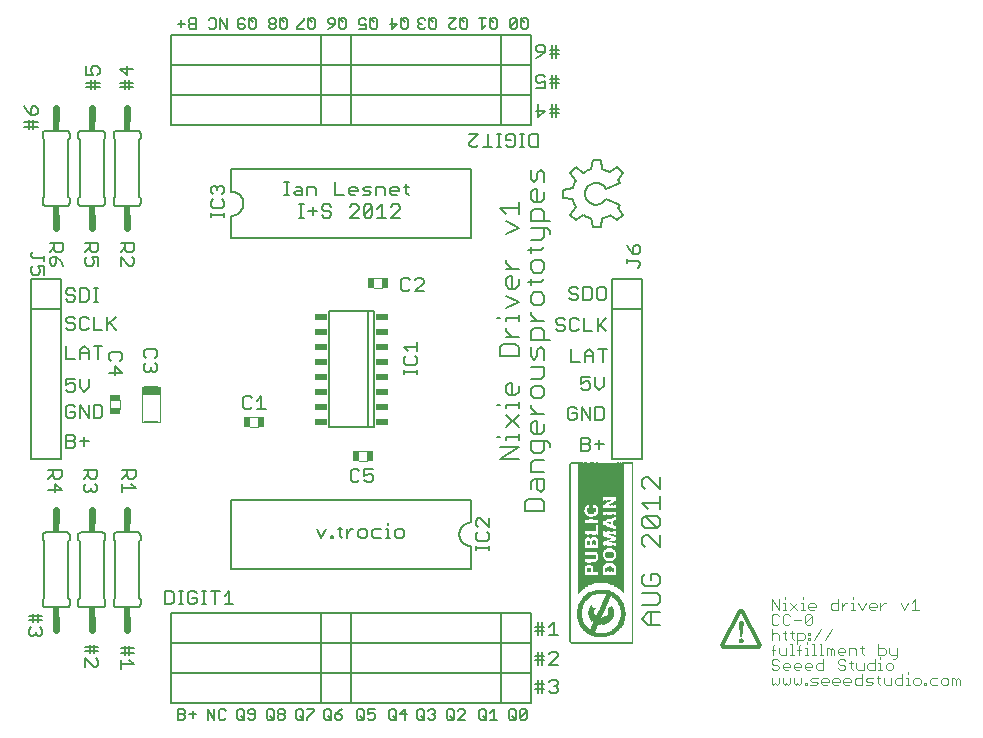
<source format=gto>
G75*
G70*
%OFA0B0*%
%FSLAX24Y24*%
%IPPOS*%
%LPD*%
%AMOC8*
5,1,8,0,0,1.08239X$1,22.5*
%
%ADD10C,0.0060*%
%ADD11C,0.0050*%
%ADD12C,0.0080*%
%ADD13C,0.0120*%
%ADD14C,0.0030*%
%ADD15R,0.0433X0.0193*%
%ADD16R,0.0197X0.0374*%
%ADD17R,0.0197X0.0374*%
%ADD18C,0.0040*%
%ADD19R,0.0472X0.0079*%
%ADD20R,0.0591X0.0256*%
%ADD21R,0.0374X0.0197*%
%ADD22R,0.0374X0.0197*%
%ADD23C,0.0240*%
%ADD24R,0.0240X0.0340*%
%ADD25R,0.0015X0.6045*%
%ADD26R,0.0015X0.6045*%
%ADD27R,0.0015X0.0045*%
%ADD28R,0.0015X0.0045*%
%ADD29R,0.0015X0.0165*%
%ADD30R,0.0015X0.0345*%
%ADD31R,0.0015X0.0465*%
%ADD32R,0.0015X0.0555*%
%ADD33R,0.0015X0.0630*%
%ADD34R,0.0015X0.0705*%
%ADD35R,0.0015X0.4335*%
%ADD36R,0.0015X0.0765*%
%ADD37R,0.0015X0.4320*%
%ADD38R,0.0015X0.0795*%
%ADD39R,0.0015X0.4305*%
%ADD40R,0.0015X0.0855*%
%ADD41R,0.0015X0.4290*%
%ADD42R,0.0015X0.0915*%
%ADD43R,0.0015X0.4275*%
%ADD44R,0.0015X0.0360*%
%ADD45R,0.0015X0.4260*%
%ADD46R,0.0015X0.0315*%
%ADD47R,0.0015X0.4245*%
%ADD48R,0.0015X0.0300*%
%ADD49R,0.0015X0.4230*%
%ADD50R,0.0015X0.0270*%
%ADD51R,0.0015X0.0255*%
%ADD52R,0.0015X0.4215*%
%ADD53R,0.0015X0.0240*%
%ADD54R,0.0015X0.4200*%
%ADD55R,0.0015X0.0225*%
%ADD56R,0.0015X0.4185*%
%ADD57R,0.0015X0.0210*%
%ADD58R,0.0015X0.4170*%
%ADD59R,0.0015X0.4155*%
%ADD60R,0.0015X0.0195*%
%ADD61R,0.0015X0.0405*%
%ADD62R,0.0015X0.0105*%
%ADD63R,0.0015X0.0060*%
%ADD64R,0.0015X0.0075*%
%ADD65R,0.0015X0.0180*%
%ADD66R,0.0015X0.1155*%
%ADD67R,0.0015X0.0390*%
%ADD68R,0.0015X0.0090*%
%ADD69R,0.0015X0.0150*%
%ADD70R,0.0015X0.0135*%
%ADD71R,0.0015X0.0375*%
%ADD72R,0.0015X0.0120*%
%ADD73R,0.0015X0.0330*%
%ADD74R,0.0015X0.0435*%
%ADD75R,0.0015X0.0030*%
%ADD76R,0.0015X0.0480*%
%ADD77R,0.0015X0.0495*%
%ADD78R,0.0015X0.0015*%
%ADD79R,0.0015X0.0285*%
%ADD80R,0.0015X0.0450*%
%ADD81R,0.0015X0.0525*%
%ADD82R,0.0015X0.0885*%
%ADD83R,0.0015X0.3015*%
%ADD84R,0.0015X0.4020*%
%ADD85R,0.0015X0.0600*%
%ADD86R,0.0015X0.0570*%
%ADD87R,0.0015X0.0825*%
%ADD88R,0.0015X0.1440*%
%ADD89R,0.0015X0.1545*%
%ADD90R,0.0015X0.1500*%
%ADD91R,0.0015X0.1485*%
%ADD92R,0.0015X0.1455*%
%ADD93R,0.0015X0.1425*%
%ADD94R,0.0015X0.0510*%
%ADD95R,0.0015X0.0720*%
%ADD96R,0.0015X0.1410*%
%ADD97R,0.0015X0.0750*%
%ADD98R,0.0015X0.0945*%
%ADD99R,0.0015X0.0420*%
%ADD100R,0.0015X0.1395*%
%ADD101R,0.0015X0.1710*%
%ADD102R,0.0015X0.1695*%
%ADD103R,0.0015X0.1515*%
%ADD104R,0.0015X0.2565*%
%ADD105R,0.0015X0.1575*%
%ADD106R,0.0015X0.4350*%
%ADD107R,0.0015X0.4365*%
%ADD108R,0.0015X0.4395*%
%ADD109R,0.0015X0.0060*%
%ADD110R,0.0015X0.5985*%
%ADD111R,0.0015X0.5955*%
%ADD112R,0.0015X0.5910*%
D10*
X009439Y006397D02*
X009439Y006544D01*
X009512Y006617D01*
X009586Y006784D02*
X009586Y007078D01*
X009732Y007078D02*
X009732Y006857D01*
X009732Y006784D01*
X009879Y006857D02*
X009439Y006857D01*
X009439Y007004D02*
X009879Y007004D01*
X009994Y007285D02*
X010694Y007285D01*
X010711Y007287D01*
X010728Y007291D01*
X010744Y007298D01*
X010758Y007308D01*
X010771Y007321D01*
X010781Y007335D01*
X010788Y007351D01*
X010792Y007368D01*
X010794Y007385D01*
X010794Y007535D01*
X010744Y007585D01*
X010744Y009485D01*
X010794Y009535D01*
X010794Y009685D01*
X010792Y009702D01*
X010788Y009719D01*
X010781Y009735D01*
X010771Y009749D01*
X010758Y009762D01*
X010744Y009772D01*
X010728Y009779D01*
X010711Y009783D01*
X010694Y009785D01*
X009994Y009785D01*
X009977Y009783D01*
X009960Y009779D01*
X009944Y009772D01*
X009930Y009762D01*
X009917Y009749D01*
X009907Y009735D01*
X009900Y009719D01*
X009896Y009702D01*
X009894Y009685D01*
X009894Y009535D01*
X009944Y009485D01*
X009944Y007585D01*
X009894Y007535D01*
X009894Y007385D01*
X009896Y007368D01*
X009900Y007351D01*
X009907Y007335D01*
X009917Y007321D01*
X009930Y007308D01*
X009944Y007298D01*
X009960Y007291D01*
X009977Y007287D01*
X009994Y007285D01*
X009806Y006617D02*
X009879Y006544D01*
X009879Y006397D01*
X009806Y006324D01*
X009732Y006324D01*
X009659Y006397D01*
X009586Y006324D01*
X009512Y006324D01*
X009439Y006397D01*
X009659Y006397D02*
X009659Y006471D01*
X011075Y007385D02*
X011075Y007535D01*
X011125Y007585D01*
X011125Y009485D01*
X011075Y009535D01*
X011075Y009685D01*
X011077Y009702D01*
X011081Y009719D01*
X011088Y009735D01*
X011098Y009749D01*
X011111Y009762D01*
X011125Y009772D01*
X011141Y009779D01*
X011158Y009783D01*
X011175Y009785D01*
X011875Y009785D01*
X011892Y009783D01*
X011909Y009779D01*
X011925Y009772D01*
X011939Y009762D01*
X011952Y009749D01*
X011962Y009735D01*
X011969Y009719D01*
X011973Y009702D01*
X011975Y009685D01*
X011975Y009535D01*
X011925Y009485D01*
X011925Y007585D01*
X011975Y007535D01*
X011975Y007385D01*
X011973Y007368D01*
X011969Y007351D01*
X011962Y007335D01*
X011952Y007321D01*
X011939Y007308D01*
X011925Y007298D01*
X011909Y007291D01*
X011892Y007287D01*
X011875Y007285D01*
X011175Y007285D01*
X011158Y007287D01*
X011141Y007291D01*
X011125Y007298D01*
X011111Y007308D01*
X011098Y007321D01*
X011088Y007335D01*
X011081Y007351D01*
X011077Y007368D01*
X011075Y007385D01*
X012256Y007385D02*
X012256Y007535D01*
X012306Y007585D01*
X012306Y009485D01*
X012256Y009535D01*
X012256Y009685D01*
X012258Y009702D01*
X012262Y009719D01*
X012269Y009735D01*
X012279Y009749D01*
X012292Y009762D01*
X012306Y009772D01*
X012322Y009779D01*
X012339Y009783D01*
X012356Y009785D01*
X013056Y009785D01*
X013073Y009783D01*
X013090Y009779D01*
X013106Y009772D01*
X013120Y009762D01*
X013133Y009749D01*
X013143Y009735D01*
X013150Y009719D01*
X013154Y009702D01*
X013156Y009685D01*
X013156Y009535D01*
X013106Y009485D01*
X013106Y007585D01*
X013156Y007535D01*
X013156Y007385D01*
X013154Y007368D01*
X013150Y007351D01*
X013143Y007335D01*
X013133Y007321D01*
X013120Y007308D01*
X013106Y007298D01*
X013090Y007291D01*
X013073Y007287D01*
X013056Y007285D01*
X012356Y007285D01*
X012339Y007287D01*
X012322Y007291D01*
X012306Y007298D01*
X012292Y007308D01*
X012279Y007321D01*
X012269Y007335D01*
X012262Y007351D01*
X012258Y007368D01*
X012256Y007385D01*
X012637Y005995D02*
X012637Y005701D01*
X012784Y005701D02*
X012784Y005775D01*
X012784Y005995D01*
X012930Y005922D02*
X012490Y005922D01*
X012490Y005775D02*
X012930Y005775D01*
X012784Y005535D02*
X012930Y005388D01*
X012490Y005388D01*
X012490Y005535D02*
X012490Y005241D01*
X011749Y005364D02*
X011676Y005290D01*
X011603Y005290D01*
X011309Y005584D01*
X011309Y005290D01*
X011749Y005364D02*
X011749Y005510D01*
X011676Y005584D01*
X011603Y005751D02*
X011603Y005824D01*
X011603Y006044D01*
X011456Y006044D02*
X011456Y005751D01*
X011309Y005824D02*
X011749Y005824D01*
X011749Y005971D02*
X011309Y005971D01*
X014186Y006106D02*
X014186Y005106D01*
X014186Y004106D01*
X019186Y004106D01*
X019186Y005106D01*
X014186Y005106D01*
X019186Y005106D01*
X020186Y005106D01*
X020186Y004106D01*
X019186Y004106D01*
X020186Y004106D02*
X025186Y004106D01*
X025186Y005106D01*
X020186Y005106D01*
X020186Y004106D01*
X020186Y005106D02*
X019186Y005106D01*
X019186Y006106D01*
X014186Y006106D01*
X019186Y006106D01*
X020186Y006106D01*
X020186Y005106D01*
X025186Y005106D01*
X026186Y005106D01*
X026186Y004106D01*
X025186Y004106D01*
X026319Y004578D02*
X026612Y004578D01*
X026612Y004725D02*
X026539Y004725D01*
X026319Y004725D01*
X026392Y004871D02*
X026392Y004431D01*
X026539Y004431D02*
X026539Y004871D01*
X026779Y004798D02*
X026853Y004871D01*
X026999Y004871D01*
X027073Y004798D01*
X027073Y004725D01*
X026999Y004651D01*
X027073Y004578D01*
X027073Y004504D01*
X026999Y004431D01*
X026853Y004431D01*
X026779Y004504D01*
X026926Y004651D02*
X026999Y004651D01*
X026186Y005106D02*
X026186Y006106D01*
X025186Y006106D01*
X025186Y005106D01*
X026186Y005106D01*
X026392Y005366D02*
X026392Y005806D01*
X026539Y005806D02*
X026539Y005366D01*
X026612Y005513D02*
X026319Y005513D01*
X026319Y005660D02*
X026539Y005660D01*
X026612Y005660D01*
X026779Y005733D02*
X026853Y005806D01*
X026999Y005806D01*
X027073Y005733D01*
X027073Y005660D01*
X026779Y005366D01*
X027073Y005366D01*
X026186Y006106D02*
X026186Y007106D01*
X025186Y007106D01*
X025186Y006106D01*
X020186Y006106D01*
X020186Y005106D01*
X020186Y006106D02*
X019186Y006106D01*
X019186Y007106D01*
X014186Y007106D01*
X014186Y006106D01*
X014187Y007384D02*
X014260Y007457D01*
X014260Y007751D01*
X014187Y007824D01*
X013966Y007824D01*
X013966Y007384D01*
X014187Y007384D01*
X014427Y007384D02*
X014574Y007384D01*
X014500Y007384D02*
X014500Y007824D01*
X014427Y007824D02*
X014574Y007824D01*
X014734Y007751D02*
X014734Y007457D01*
X014807Y007384D01*
X014954Y007384D01*
X015027Y007457D01*
X015027Y007604D01*
X014880Y007604D01*
X014734Y007751D02*
X014807Y007824D01*
X014954Y007824D01*
X015027Y007751D01*
X015194Y007824D02*
X015341Y007824D01*
X015267Y007824D02*
X015267Y007384D01*
X015194Y007384D02*
X015341Y007384D01*
X015648Y007384D02*
X015648Y007824D01*
X015501Y007824D02*
X015795Y007824D01*
X015961Y007677D02*
X016108Y007824D01*
X016108Y007384D01*
X015961Y007384D02*
X016255Y007384D01*
X016186Y008566D02*
X016186Y010866D01*
X024186Y010866D01*
X024186Y010116D01*
X024326Y010174D02*
X024326Y010027D01*
X024399Y009954D01*
X024399Y009787D02*
X024326Y009714D01*
X024326Y009567D01*
X024399Y009493D01*
X024693Y009493D01*
X024766Y009567D01*
X024766Y009714D01*
X024693Y009787D01*
X024766Y009954D02*
X024473Y010247D01*
X024399Y010247D01*
X024326Y010174D01*
X024766Y010247D02*
X024766Y009954D01*
X024186Y010116D02*
X024147Y010114D01*
X024108Y010108D01*
X024070Y010099D01*
X024033Y010086D01*
X023997Y010069D01*
X023964Y010049D01*
X023932Y010025D01*
X023903Y009999D01*
X023877Y009970D01*
X023853Y009938D01*
X023833Y009905D01*
X023816Y009869D01*
X023803Y009832D01*
X023794Y009794D01*
X023788Y009755D01*
X023786Y009716D01*
X023788Y009677D01*
X023794Y009638D01*
X023803Y009600D01*
X023816Y009563D01*
X023833Y009527D01*
X023853Y009494D01*
X023877Y009462D01*
X023903Y009433D01*
X023932Y009407D01*
X023964Y009383D01*
X023997Y009363D01*
X024033Y009346D01*
X024070Y009333D01*
X024108Y009324D01*
X024147Y009318D01*
X024186Y009316D01*
X024186Y008566D01*
X016186Y008566D01*
X019035Y009892D02*
X019182Y009598D01*
X019329Y009892D01*
X019496Y009672D02*
X019569Y009672D01*
X019569Y009598D01*
X019496Y009598D01*
X019496Y009672D01*
X019799Y009672D02*
X019799Y009965D01*
X019726Y009892D02*
X019873Y009892D01*
X020033Y009892D02*
X020033Y009598D01*
X020033Y009745D02*
X020180Y009892D01*
X020253Y009892D01*
X020416Y009818D02*
X020416Y009672D01*
X020490Y009598D01*
X020637Y009598D01*
X020710Y009672D01*
X020710Y009818D01*
X020637Y009892D01*
X020490Y009892D01*
X020416Y009818D01*
X020877Y009818D02*
X020877Y009672D01*
X020950Y009598D01*
X021170Y009598D01*
X021337Y009598D02*
X021484Y009598D01*
X021410Y009598D02*
X021410Y009892D01*
X021337Y009892D01*
X021410Y010039D02*
X021410Y010112D01*
X021170Y009892D02*
X020950Y009892D01*
X020877Y009818D01*
X021644Y009818D02*
X021644Y009672D01*
X021717Y009598D01*
X021864Y009598D01*
X021938Y009672D01*
X021938Y009818D01*
X021864Y009892D01*
X021717Y009892D01*
X021644Y009818D01*
X019873Y009598D02*
X019799Y009672D01*
X020233Y011450D02*
X020380Y011450D01*
X020453Y011523D01*
X020620Y011523D02*
X020693Y011450D01*
X020840Y011450D01*
X020913Y011523D01*
X020913Y011670D01*
X020840Y011743D01*
X020766Y011743D01*
X020620Y011670D01*
X020620Y011890D01*
X020913Y011890D01*
X020453Y011817D02*
X020380Y011890D01*
X020233Y011890D01*
X020159Y011817D01*
X020159Y011523D01*
X020233Y011450D01*
X020738Y013283D02*
X019438Y013283D01*
X019438Y017173D01*
X020738Y017173D01*
X020934Y017173D01*
X020934Y013283D01*
X020738Y013283D01*
X020738Y017173D01*
X021840Y017890D02*
X021914Y017817D01*
X022061Y017817D01*
X022134Y017890D01*
X022301Y017817D02*
X022594Y018110D01*
X022594Y018184D01*
X022521Y018257D01*
X022374Y018257D01*
X022301Y018184D01*
X022134Y018184D02*
X022061Y018257D01*
X021914Y018257D01*
X021840Y018184D01*
X021840Y017890D01*
X022301Y017817D02*
X022594Y017817D01*
X022371Y016122D02*
X022371Y015828D01*
X022371Y015975D02*
X021931Y015975D01*
X022077Y015828D01*
X022004Y015661D02*
X021931Y015588D01*
X021931Y015441D01*
X022004Y015368D01*
X022298Y015368D01*
X022371Y015441D01*
X022371Y015588D01*
X022298Y015661D01*
X022371Y015208D02*
X022371Y015061D01*
X022371Y015134D02*
X021931Y015134D01*
X021931Y015061D02*
X021931Y015208D01*
X017329Y013880D02*
X017035Y013880D01*
X017182Y013880D02*
X017182Y014320D01*
X017035Y014173D01*
X016868Y014247D02*
X016795Y014320D01*
X016648Y014320D01*
X016575Y014247D01*
X016575Y013953D01*
X016648Y013880D01*
X016795Y013880D01*
X016868Y013953D01*
X013718Y015206D02*
X013644Y015133D01*
X013571Y015133D01*
X013498Y015206D01*
X013424Y015133D01*
X013351Y015133D01*
X013277Y015206D01*
X013277Y015353D01*
X013351Y015426D01*
X013351Y015593D02*
X013277Y015667D01*
X013277Y015813D01*
X013351Y015887D01*
X013644Y015887D01*
X013718Y015813D01*
X013718Y015667D01*
X013644Y015593D01*
X013644Y015426D02*
X013718Y015353D01*
X013718Y015206D01*
X013498Y015206D02*
X013498Y015280D01*
X012537Y015108D02*
X012317Y015328D01*
X012317Y015034D01*
X012537Y015108D02*
X012096Y015108D01*
X011423Y014911D02*
X011423Y014617D01*
X011276Y014470D01*
X011130Y014617D01*
X011130Y014911D01*
X010963Y014911D02*
X010669Y014911D01*
X010669Y014690D01*
X010816Y014764D01*
X010889Y014764D01*
X010963Y014690D01*
X010963Y014544D01*
X010889Y014470D01*
X010743Y014470D01*
X010669Y014544D01*
X010743Y014025D02*
X010669Y013951D01*
X010669Y013658D01*
X010743Y013584D01*
X010889Y013584D01*
X010963Y013658D01*
X010963Y013805D01*
X010816Y013805D01*
X010963Y013951D02*
X010889Y014025D01*
X010743Y014025D01*
X011130Y014025D02*
X011423Y013584D01*
X011423Y014025D01*
X011590Y014025D02*
X011810Y014025D01*
X011884Y013951D01*
X011884Y013658D01*
X011810Y013584D01*
X011590Y013584D01*
X011590Y014025D01*
X011130Y014025D02*
X011130Y013584D01*
X010889Y013041D02*
X010963Y012967D01*
X010963Y012894D01*
X010889Y012820D01*
X010669Y012820D01*
X010669Y012600D02*
X010889Y012600D01*
X010963Y012674D01*
X010963Y012747D01*
X010889Y012820D01*
X010889Y013041D02*
X010669Y013041D01*
X010669Y012600D01*
X010490Y012228D02*
X010490Y017228D01*
X009490Y017228D01*
X009490Y012228D01*
X010490Y012228D01*
X010528Y011870D02*
X010088Y011870D01*
X010235Y011870D02*
X010235Y011650D01*
X010308Y011577D01*
X010455Y011577D01*
X010528Y011650D01*
X010528Y011870D01*
X010235Y011723D02*
X010088Y011577D01*
X010308Y011410D02*
X010308Y011116D01*
X010088Y011190D02*
X010528Y011190D01*
X010308Y011410D01*
X011269Y011336D02*
X011269Y011190D01*
X011343Y011116D01*
X011416Y011116D01*
X011489Y011190D01*
X011489Y011263D01*
X011489Y011190D02*
X011563Y011116D01*
X011636Y011116D01*
X011710Y011190D01*
X011710Y011336D01*
X011636Y011410D01*
X011636Y011577D02*
X011489Y011577D01*
X011416Y011650D01*
X011416Y011870D01*
X011416Y011723D02*
X011269Y011577D01*
X011343Y011410D02*
X011269Y011336D01*
X011636Y011577D02*
X011710Y011650D01*
X011710Y011870D01*
X011269Y011870D01*
X011276Y012674D02*
X011276Y012967D01*
X011130Y012820D02*
X011423Y012820D01*
X012549Y011870D02*
X012989Y011870D01*
X012989Y011650D01*
X012916Y011577D01*
X012769Y011577D01*
X012696Y011650D01*
X012696Y011870D01*
X012696Y011723D02*
X012549Y011577D01*
X012549Y011410D02*
X012549Y011116D01*
X012549Y011263D02*
X012989Y011263D01*
X012842Y011410D01*
X012463Y015495D02*
X012537Y015568D01*
X012537Y015715D01*
X012463Y015788D01*
X012170Y015788D01*
X012096Y015715D01*
X012096Y015568D01*
X012170Y015495D01*
X011737Y015553D02*
X011737Y015993D01*
X011590Y015993D02*
X011884Y015993D01*
X011423Y015847D02*
X011423Y015553D01*
X011423Y015773D02*
X011130Y015773D01*
X011130Y015847D02*
X011276Y015993D01*
X011423Y015847D01*
X011130Y015847D02*
X011130Y015553D01*
X010963Y015553D02*
X010669Y015553D01*
X010669Y015993D01*
X010743Y016537D02*
X010669Y016611D01*
X010743Y016537D02*
X010889Y016537D01*
X010963Y016611D01*
X010963Y016684D01*
X010889Y016757D01*
X010743Y016757D01*
X010669Y016831D01*
X010669Y016904D01*
X010743Y016978D01*
X010889Y016978D01*
X010963Y016904D01*
X011130Y016904D02*
X011130Y016611D01*
X011203Y016537D01*
X011350Y016537D01*
X011423Y016611D01*
X011590Y016537D02*
X011884Y016537D01*
X012050Y016537D02*
X012050Y016978D01*
X012124Y016757D02*
X012344Y016537D01*
X012050Y016684D02*
X012344Y016978D01*
X011590Y016978D02*
X011590Y016537D01*
X011423Y016904D02*
X011350Y016978D01*
X011203Y016978D01*
X011130Y016904D01*
X011130Y017472D02*
X011350Y017472D01*
X011423Y017546D01*
X011423Y017839D01*
X011350Y017913D01*
X011130Y017913D01*
X011130Y017472D01*
X010963Y017546D02*
X010889Y017472D01*
X010743Y017472D01*
X010669Y017546D01*
X010743Y017692D02*
X010889Y017692D01*
X010963Y017619D01*
X010963Y017546D01*
X010743Y017692D02*
X010669Y017766D01*
X010669Y017839D01*
X010743Y017913D01*
X010889Y017913D01*
X010963Y017839D01*
X010490Y018228D02*
X009490Y018228D01*
X009490Y017228D01*
X010490Y017228D02*
X010490Y018228D01*
X009953Y018379D02*
X009953Y018672D01*
X009733Y018672D01*
X009806Y018526D01*
X009806Y018452D01*
X009733Y018379D01*
X009586Y018379D01*
X009513Y018452D01*
X009513Y018599D01*
X009586Y018672D01*
X009586Y018913D02*
X009953Y018913D01*
X009953Y018986D02*
X009953Y018839D01*
X010128Y018896D02*
X010128Y018749D01*
X010201Y018676D01*
X010275Y018676D01*
X010348Y018749D01*
X010348Y018970D01*
X010201Y018970D01*
X010128Y018896D01*
X010348Y018970D02*
X010495Y018823D01*
X010568Y018676D01*
X010495Y019136D02*
X010348Y019136D01*
X010275Y019210D01*
X010275Y019430D01*
X010275Y019283D02*
X010128Y019136D01*
X010128Y019430D02*
X010568Y019430D01*
X010568Y019210D01*
X010495Y019136D01*
X011309Y019136D02*
X011456Y019283D01*
X011456Y019210D02*
X011456Y019430D01*
X011309Y019430D02*
X011749Y019430D01*
X011749Y019210D01*
X011676Y019136D01*
X011529Y019136D01*
X011456Y019210D01*
X011529Y018970D02*
X011603Y018823D01*
X011603Y018749D01*
X011529Y018676D01*
X011382Y018676D01*
X011309Y018749D01*
X011309Y018896D01*
X011382Y018970D01*
X011529Y018970D02*
X011749Y018970D01*
X011749Y018676D01*
X012490Y018676D02*
X012490Y018970D01*
X012784Y018676D01*
X012857Y018676D01*
X012930Y018749D01*
X012930Y018896D01*
X012857Y018970D01*
X012857Y019136D02*
X012710Y019136D01*
X012637Y019210D01*
X012637Y019430D01*
X012637Y019283D02*
X012490Y019136D01*
X012490Y019430D02*
X012930Y019430D01*
X012930Y019210D01*
X012857Y019136D01*
X011737Y017913D02*
X011590Y017913D01*
X011663Y017913D02*
X011663Y017472D01*
X011590Y017472D02*
X011737Y017472D01*
X009586Y018913D02*
X009513Y018986D01*
X009513Y019059D01*
X009586Y019133D01*
X009994Y020671D02*
X010694Y020671D01*
X010711Y020673D01*
X010728Y020677D01*
X010744Y020684D01*
X010758Y020694D01*
X010771Y020707D01*
X010781Y020721D01*
X010788Y020737D01*
X010792Y020754D01*
X010794Y020771D01*
X010794Y020921D01*
X010744Y020971D01*
X010744Y022871D01*
X010794Y022921D01*
X010794Y023071D01*
X010792Y023088D01*
X010788Y023105D01*
X010781Y023121D01*
X010771Y023135D01*
X010758Y023148D01*
X010744Y023158D01*
X010728Y023165D01*
X010711Y023169D01*
X010694Y023171D01*
X009994Y023171D01*
X009977Y023169D01*
X009960Y023165D01*
X009944Y023158D01*
X009930Y023148D01*
X009917Y023135D01*
X009907Y023121D01*
X009900Y023105D01*
X009896Y023088D01*
X009894Y023071D01*
X009894Y022921D01*
X009944Y022871D01*
X009944Y020971D01*
X009894Y020921D01*
X009894Y020771D01*
X009896Y020754D01*
X009900Y020737D01*
X009907Y020721D01*
X009917Y020707D01*
X009930Y020694D01*
X009944Y020684D01*
X009960Y020677D01*
X009977Y020673D01*
X009994Y020671D01*
X011075Y020771D02*
X011075Y020921D01*
X011125Y020971D01*
X011125Y022871D01*
X011075Y022921D01*
X011075Y023071D01*
X011077Y023088D01*
X011081Y023105D01*
X011088Y023121D01*
X011098Y023135D01*
X011111Y023148D01*
X011125Y023158D01*
X011141Y023165D01*
X011158Y023169D01*
X011175Y023171D01*
X011875Y023171D01*
X011892Y023169D01*
X011909Y023165D01*
X011925Y023158D01*
X011939Y023148D01*
X011952Y023135D01*
X011962Y023121D01*
X011969Y023105D01*
X011973Y023088D01*
X011975Y023071D01*
X011975Y022921D01*
X011925Y022871D01*
X011925Y020971D01*
X011975Y020921D01*
X011975Y020771D01*
X011973Y020754D01*
X011969Y020737D01*
X011962Y020721D01*
X011952Y020707D01*
X011939Y020694D01*
X011925Y020684D01*
X011909Y020677D01*
X011892Y020673D01*
X011875Y020671D01*
X011175Y020671D01*
X011158Y020673D01*
X011141Y020677D01*
X011125Y020684D01*
X011111Y020694D01*
X011098Y020707D01*
X011088Y020721D01*
X011081Y020737D01*
X011077Y020754D01*
X011075Y020771D01*
X012256Y020771D02*
X012256Y020921D01*
X012306Y020971D01*
X012306Y022871D01*
X012256Y022921D01*
X012256Y023071D01*
X012258Y023088D01*
X012262Y023105D01*
X012269Y023121D01*
X012279Y023135D01*
X012292Y023148D01*
X012306Y023158D01*
X012322Y023165D01*
X012339Y023169D01*
X012356Y023171D01*
X013056Y023171D01*
X013073Y023169D01*
X013090Y023165D01*
X013106Y023158D01*
X013120Y023148D01*
X013133Y023135D01*
X013143Y023121D01*
X013150Y023105D01*
X013154Y023088D01*
X013156Y023071D01*
X013156Y022921D01*
X013106Y022871D01*
X013106Y020971D01*
X013156Y020921D01*
X013156Y020771D01*
X013154Y020754D01*
X013150Y020737D01*
X013143Y020721D01*
X013133Y020707D01*
X013120Y020694D01*
X013106Y020684D01*
X013090Y020677D01*
X013073Y020673D01*
X013056Y020671D01*
X012356Y020671D01*
X012339Y020673D01*
X012322Y020677D01*
X012306Y020684D01*
X012292Y020694D01*
X012279Y020707D01*
X012269Y020721D01*
X012262Y020737D01*
X012258Y020754D01*
X012256Y020771D01*
X015492Y020807D02*
X015492Y020660D01*
X015565Y020587D01*
X015859Y020587D01*
X015932Y020660D01*
X015932Y020807D01*
X015859Y020881D01*
X015859Y021047D02*
X015932Y021121D01*
X015932Y021267D01*
X015859Y021341D01*
X015785Y021341D01*
X015712Y021267D01*
X015712Y021194D01*
X015712Y021267D02*
X015638Y021341D01*
X015565Y021341D01*
X015492Y021267D01*
X015492Y021121D01*
X015565Y021047D01*
X015565Y020881D02*
X015492Y020807D01*
X015492Y020427D02*
X015492Y020280D01*
X015492Y020353D02*
X015932Y020353D01*
X015932Y020280D02*
X015932Y020427D01*
X016186Y020340D02*
X016186Y019590D01*
X024186Y019590D01*
X024186Y021890D01*
X016186Y021890D01*
X016186Y021140D01*
X016225Y021138D01*
X016264Y021132D01*
X016302Y021123D01*
X016339Y021110D01*
X016375Y021093D01*
X016408Y021073D01*
X016440Y021049D01*
X016469Y021023D01*
X016495Y020994D01*
X016519Y020962D01*
X016539Y020929D01*
X016556Y020893D01*
X016569Y020856D01*
X016578Y020818D01*
X016584Y020779D01*
X016586Y020740D01*
X016584Y020701D01*
X016578Y020662D01*
X016569Y020624D01*
X016556Y020587D01*
X016539Y020551D01*
X016519Y020518D01*
X016495Y020486D01*
X016469Y020457D01*
X016440Y020431D01*
X016408Y020407D01*
X016375Y020387D01*
X016339Y020370D01*
X016302Y020357D01*
X016264Y020348D01*
X016225Y020342D01*
X016186Y020340D01*
X017953Y021016D02*
X018099Y021016D01*
X018026Y021016D02*
X018026Y021456D01*
X017953Y021456D02*
X018099Y021456D01*
X018333Y021309D02*
X018480Y021309D01*
X018553Y021236D01*
X018553Y021016D01*
X018333Y021016D01*
X018260Y021089D01*
X018333Y021162D01*
X018553Y021162D01*
X018720Y021016D02*
X018720Y021309D01*
X018940Y021309D01*
X019014Y021236D01*
X019014Y021016D01*
X018898Y020644D02*
X018898Y020351D01*
X018752Y020498D02*
X019045Y020498D01*
X019212Y020571D02*
X019285Y020498D01*
X019432Y020498D01*
X019506Y020424D01*
X019506Y020351D01*
X019432Y020277D01*
X019285Y020277D01*
X019212Y020351D01*
X019212Y020571D02*
X019212Y020644D01*
X019285Y020718D01*
X019432Y020718D01*
X019506Y020644D01*
X019641Y021016D02*
X019934Y021016D01*
X020101Y021089D02*
X020101Y021236D01*
X020174Y021309D01*
X020321Y021309D01*
X020395Y021236D01*
X020395Y021162D01*
X020101Y021162D01*
X020101Y021089D02*
X020174Y021016D01*
X020321Y021016D01*
X020561Y021016D02*
X020781Y021016D01*
X020855Y021089D01*
X020781Y021162D01*
X020635Y021162D01*
X020561Y021236D01*
X020635Y021309D01*
X020855Y021309D01*
X021022Y021309D02*
X021242Y021309D01*
X021315Y021236D01*
X021315Y021016D01*
X021482Y021089D02*
X021555Y021016D01*
X021702Y021016D01*
X021776Y021162D02*
X021482Y021162D01*
X021482Y021089D02*
X021482Y021236D01*
X021555Y021309D01*
X021702Y021309D01*
X021776Y021236D01*
X021776Y021162D01*
X021942Y021309D02*
X022089Y021309D01*
X022016Y021383D02*
X022016Y021089D01*
X022089Y021016D01*
X021734Y020718D02*
X021587Y020718D01*
X021514Y020644D01*
X021734Y020718D02*
X021807Y020644D01*
X021807Y020571D01*
X021514Y020277D01*
X021807Y020277D01*
X021347Y020277D02*
X021053Y020277D01*
X021200Y020277D02*
X021200Y020718D01*
X021053Y020571D01*
X020887Y020644D02*
X020593Y020351D01*
X020666Y020277D01*
X020813Y020277D01*
X020887Y020351D01*
X020887Y020644D01*
X020813Y020718D01*
X020666Y020718D01*
X020593Y020644D01*
X020593Y020351D01*
X020426Y020277D02*
X020133Y020277D01*
X020426Y020571D01*
X020426Y020644D01*
X020353Y020718D01*
X020206Y020718D01*
X020133Y020644D01*
X019641Y021016D02*
X019641Y021456D01*
X018592Y020718D02*
X018445Y020718D01*
X018518Y020718D02*
X018518Y020277D01*
X018445Y020277D02*
X018592Y020277D01*
X021022Y021016D02*
X021022Y021309D01*
X020186Y023350D02*
X019186Y023350D01*
X019186Y024350D01*
X019186Y025350D01*
X019186Y026350D01*
X014186Y026350D01*
X014186Y025350D01*
X019186Y025350D01*
X020186Y025350D01*
X020186Y026350D01*
X019186Y026350D01*
X020186Y026350D02*
X020186Y025350D01*
X025186Y025350D01*
X025186Y026350D01*
X020186Y026350D01*
X020186Y025350D02*
X019186Y025350D01*
X014186Y025350D01*
X014186Y024350D01*
X019186Y024350D01*
X020186Y024350D01*
X020186Y025350D01*
X020186Y024350D01*
X025186Y024350D01*
X025186Y025350D01*
X026186Y025350D01*
X026186Y026350D01*
X025186Y026350D01*
X025186Y025350D02*
X020186Y025350D01*
X020186Y024350D02*
X019186Y024350D01*
X014186Y024350D01*
X014186Y023350D01*
X019186Y023350D01*
X020186Y023350D02*
X020186Y024350D01*
X020186Y023350D01*
X025186Y023350D01*
X025186Y024350D01*
X026186Y024350D01*
X026186Y025350D01*
X025186Y025350D01*
X025186Y024350D02*
X020186Y024350D01*
X024118Y023072D02*
X024412Y023072D01*
X024118Y022778D01*
X024118Y022705D01*
X024191Y022631D01*
X024338Y022631D01*
X024412Y022705D01*
X024578Y022631D02*
X024872Y022631D01*
X024725Y022631D02*
X024725Y023072D01*
X025032Y023072D02*
X025179Y023072D01*
X025105Y023072D02*
X025105Y022631D01*
X025032Y022631D02*
X025179Y022631D01*
X025346Y022705D02*
X025419Y022631D01*
X025566Y022631D01*
X025639Y022705D01*
X025639Y022998D01*
X025566Y023072D01*
X025419Y023072D01*
X025346Y022998D01*
X025346Y022852D01*
X025492Y022852D01*
X025799Y023072D02*
X025946Y023072D01*
X025873Y023072D02*
X025873Y022631D01*
X025946Y022631D02*
X025799Y022631D01*
X026113Y022705D02*
X026113Y022998D01*
X026186Y023072D01*
X026406Y023072D01*
X026406Y022631D01*
X026186Y022631D01*
X026113Y022705D01*
X026186Y023350D02*
X026186Y024350D01*
X025186Y024350D01*
X026341Y024600D02*
X026635Y024600D01*
X026635Y024820D01*
X026488Y024747D01*
X026415Y024747D01*
X026341Y024820D01*
X026341Y024967D01*
X026415Y025040D01*
X026562Y025040D01*
X026635Y024967D01*
X026802Y024893D02*
X027095Y024893D01*
X027095Y024747D02*
X026875Y024747D01*
X026802Y024747D01*
X026875Y024600D02*
X026875Y025040D01*
X027022Y025040D02*
X027022Y024600D01*
X027022Y024056D02*
X027022Y023616D01*
X026875Y023616D02*
X026875Y024056D01*
X026802Y023909D02*
X027095Y023909D01*
X027095Y023762D02*
X026875Y023762D01*
X026802Y023762D01*
X026635Y023836D02*
X026341Y023836D01*
X026415Y024056D02*
X026415Y023616D01*
X026635Y023836D01*
X026186Y023350D02*
X025186Y023350D01*
X026341Y025584D02*
X026488Y025658D01*
X026635Y025804D01*
X026415Y025804D01*
X026341Y025878D01*
X026341Y025951D01*
X026415Y026024D01*
X026562Y026024D01*
X026635Y025951D01*
X026635Y025804D01*
X026802Y025731D02*
X026875Y025731D01*
X027095Y025731D01*
X027095Y025878D02*
X026802Y025878D01*
X026875Y026024D02*
X026875Y025584D01*
X027022Y025584D02*
X027022Y026024D01*
X029363Y019360D02*
X029436Y019213D01*
X029583Y019066D01*
X029583Y019287D01*
X029656Y019360D01*
X029730Y019360D01*
X029803Y019287D01*
X029803Y019140D01*
X029730Y019066D01*
X029583Y019066D01*
X029363Y018900D02*
X029363Y018753D01*
X029363Y018826D02*
X029730Y018826D01*
X029803Y018753D01*
X029803Y018680D01*
X029730Y018606D01*
X029860Y018228D02*
X028860Y018228D01*
X028860Y017228D01*
X029860Y017228D01*
X029860Y018228D01*
X029860Y017228D02*
X029860Y012228D01*
X028860Y012228D01*
X028860Y017228D01*
X028682Y016928D02*
X028389Y016635D01*
X028462Y016708D02*
X028682Y016488D01*
X028389Y016488D02*
X028389Y016928D01*
X027929Y016928D02*
X027929Y016488D01*
X028222Y016488D01*
X027762Y016561D02*
X027688Y016488D01*
X027542Y016488D01*
X027468Y016561D01*
X027468Y016855D01*
X027542Y016928D01*
X027688Y016928D01*
X027762Y016855D01*
X027301Y016855D02*
X027228Y016928D01*
X027081Y016928D01*
X027008Y016855D01*
X027008Y016782D01*
X027081Y016708D01*
X027228Y016708D01*
X027301Y016635D01*
X027301Y016561D01*
X027228Y016488D01*
X027081Y016488D01*
X027008Y016561D01*
X027500Y015895D02*
X027500Y015455D01*
X027794Y015455D01*
X027960Y015455D02*
X027960Y015748D01*
X028107Y015895D01*
X028254Y015748D01*
X028254Y015455D01*
X028254Y015675D02*
X027960Y015675D01*
X028421Y015895D02*
X028714Y015895D01*
X028567Y015895D02*
X028567Y015455D01*
X028598Y014960D02*
X028598Y014666D01*
X028452Y014520D01*
X028305Y014666D01*
X028305Y014960D01*
X028138Y014960D02*
X027844Y014960D01*
X027844Y014740D01*
X027991Y014813D01*
X028065Y014813D01*
X028138Y014740D01*
X028138Y014593D01*
X028065Y014520D01*
X027918Y014520D01*
X027844Y014593D01*
X027862Y013976D02*
X028155Y013535D01*
X028155Y013976D01*
X028322Y013976D02*
X028542Y013976D01*
X028616Y013902D01*
X028616Y013609D01*
X028542Y013535D01*
X028322Y013535D01*
X028322Y013976D01*
X027862Y013976D02*
X027862Y013535D01*
X027695Y013609D02*
X027695Y013755D01*
X027548Y013755D01*
X027401Y013902D02*
X027401Y013609D01*
X027475Y013535D01*
X027622Y013535D01*
X027695Y013609D01*
X027695Y013902D02*
X027622Y013976D01*
X027475Y013976D01*
X027401Y013902D01*
X027844Y012942D02*
X028065Y012942D01*
X028138Y012869D01*
X028138Y012795D01*
X028065Y012722D01*
X027844Y012722D01*
X027844Y012502D02*
X027844Y012942D01*
X028065Y012722D02*
X028138Y012649D01*
X028138Y012575D01*
X028065Y012502D01*
X027844Y012502D01*
X028305Y012722D02*
X028598Y012722D01*
X028452Y012869D02*
X028452Y012575D01*
X024766Y009333D02*
X024766Y009186D01*
X024766Y009260D02*
X024326Y009260D01*
X024326Y009333D02*
X024326Y009186D01*
X025186Y007106D02*
X020186Y007106D01*
X020186Y006106D01*
X025186Y006106D01*
X026186Y006106D01*
X026392Y006350D02*
X026392Y006791D01*
X026539Y006791D02*
X026539Y006350D01*
X026612Y006497D02*
X026319Y006497D01*
X026319Y006644D02*
X026539Y006644D01*
X026612Y006644D01*
X026779Y006644D02*
X026926Y006791D01*
X026926Y006350D01*
X026779Y006350D02*
X027073Y006350D01*
X020186Y006106D02*
X020186Y007106D01*
X019186Y007106D01*
X027524Y017521D02*
X027451Y017595D01*
X027524Y017521D02*
X027671Y017521D01*
X027744Y017595D01*
X027744Y017668D01*
X027671Y017742D01*
X027524Y017742D01*
X027451Y017815D01*
X027451Y017888D01*
X027524Y017962D01*
X027671Y017962D01*
X027744Y017888D01*
X027911Y017962D02*
X028131Y017962D01*
X028205Y017888D01*
X028205Y017595D01*
X028131Y017521D01*
X027911Y017521D01*
X027911Y017962D01*
X028371Y017888D02*
X028371Y017595D01*
X028445Y017521D01*
X028592Y017521D01*
X028665Y017595D01*
X028665Y017888D01*
X028592Y017962D01*
X028445Y017962D01*
X028371Y017888D01*
X012922Y024632D02*
X012482Y024632D01*
X012482Y024779D02*
X012922Y024779D01*
X012775Y024852D02*
X012775Y024559D01*
X012629Y024559D02*
X012629Y024779D01*
X012629Y024852D01*
X012702Y025019D02*
X012702Y025313D01*
X012922Y025239D02*
X012482Y025239D01*
X012702Y025019D01*
X011790Y025093D02*
X011717Y025019D01*
X011790Y025093D02*
X011790Y025239D01*
X011717Y025313D01*
X011570Y025313D01*
X011497Y025239D01*
X011497Y025166D01*
X011570Y025019D01*
X011350Y025019D01*
X011350Y025313D01*
X011497Y024852D02*
X011497Y024779D01*
X011497Y024559D01*
X011644Y024559D02*
X011644Y024852D01*
X011790Y024779D02*
X011350Y024779D01*
X011350Y024632D02*
X011790Y024632D01*
X009723Y023911D02*
X009650Y023984D01*
X009577Y023984D01*
X009503Y023911D01*
X009503Y023691D01*
X009650Y023691D01*
X009723Y023764D01*
X009723Y023911D01*
X009503Y023691D02*
X009356Y023837D01*
X009283Y023984D01*
X009430Y023524D02*
X009430Y023450D01*
X009430Y023230D01*
X009577Y023230D02*
X009577Y023524D01*
X009723Y023450D02*
X009283Y023450D01*
X009283Y023304D02*
X009723Y023304D01*
D11*
X014392Y026740D02*
X014626Y026740D01*
X014761Y026682D02*
X014761Y026623D01*
X014819Y026565D01*
X014994Y026565D01*
X014994Y026915D01*
X014819Y026915D01*
X014761Y026857D01*
X014761Y026799D01*
X014819Y026740D01*
X014994Y026740D01*
X014819Y026740D02*
X014761Y026682D01*
X014509Y026623D02*
X014509Y026857D01*
X015426Y026857D02*
X015484Y026915D01*
X015601Y026915D01*
X015659Y026857D01*
X015659Y026623D01*
X015601Y026565D01*
X015484Y026565D01*
X015426Y026623D01*
X015794Y026565D02*
X015794Y026915D01*
X016028Y026565D01*
X016028Y026915D01*
X016410Y026857D02*
X016410Y026623D01*
X016468Y026565D01*
X016585Y026565D01*
X016644Y026623D01*
X016644Y026682D01*
X016585Y026740D01*
X016410Y026740D01*
X016410Y026857D02*
X016468Y026915D01*
X016585Y026915D01*
X016644Y026857D01*
X016778Y026857D02*
X016778Y026623D01*
X016837Y026565D01*
X016954Y026565D01*
X017012Y026623D01*
X017012Y026857D01*
X016954Y026915D01*
X016837Y026915D01*
X016778Y026857D01*
X016778Y026915D02*
X016895Y026799D01*
X017444Y026799D02*
X017444Y026857D01*
X017502Y026915D01*
X017619Y026915D01*
X017677Y026857D01*
X017677Y026799D01*
X017619Y026740D01*
X017502Y026740D01*
X017444Y026799D01*
X017502Y026740D02*
X017444Y026682D01*
X017444Y026623D01*
X017502Y026565D01*
X017619Y026565D01*
X017677Y026623D01*
X017677Y026682D01*
X017619Y026740D01*
X017812Y026623D02*
X017812Y026857D01*
X017870Y026915D01*
X017987Y026915D01*
X018045Y026857D01*
X018045Y026623D01*
X017987Y026565D01*
X017870Y026565D01*
X017812Y026623D01*
X017929Y026799D02*
X017812Y026915D01*
X018379Y026623D02*
X018612Y026857D01*
X018612Y026915D01*
X018747Y026915D02*
X018864Y026799D01*
X018922Y026915D02*
X018980Y026857D01*
X018980Y026623D01*
X018922Y026565D01*
X018805Y026565D01*
X018747Y026623D01*
X018747Y026857D01*
X018805Y026915D01*
X018922Y026915D01*
X018612Y026565D02*
X018379Y026565D01*
X018379Y026623D01*
X019412Y026565D02*
X019529Y026623D01*
X019646Y026740D01*
X019470Y026740D01*
X019412Y026799D01*
X019412Y026857D01*
X019470Y026915D01*
X019587Y026915D01*
X019646Y026857D01*
X019646Y026740D01*
X019780Y026623D02*
X019780Y026857D01*
X019839Y026915D01*
X019955Y026915D01*
X020014Y026857D01*
X020014Y026623D01*
X019955Y026565D01*
X019839Y026565D01*
X019780Y026623D01*
X019897Y026799D02*
X019780Y026915D01*
X020445Y026857D02*
X020504Y026915D01*
X020621Y026915D01*
X020679Y026857D01*
X020679Y026740D02*
X020562Y026682D01*
X020504Y026682D01*
X020445Y026740D01*
X020445Y026857D01*
X020679Y026740D02*
X020679Y026565D01*
X020445Y026565D01*
X020814Y026623D02*
X020814Y026857D01*
X020872Y026915D01*
X020989Y026915D01*
X021047Y026857D01*
X021047Y026623D01*
X020989Y026565D01*
X020872Y026565D01*
X020814Y026623D01*
X020931Y026799D02*
X020814Y026915D01*
X021479Y026740D02*
X021712Y026740D01*
X021537Y026565D01*
X021537Y026915D01*
X021847Y026915D02*
X021964Y026799D01*
X022022Y026915D02*
X022081Y026857D01*
X022081Y026623D01*
X022022Y026565D01*
X021906Y026565D01*
X021847Y026623D01*
X021847Y026857D01*
X021906Y026915D01*
X022022Y026915D01*
X022414Y026857D02*
X022472Y026915D01*
X022589Y026915D01*
X022647Y026857D01*
X022782Y026857D02*
X022841Y026915D01*
X022957Y026915D01*
X023016Y026857D01*
X023016Y026623D01*
X022957Y026565D01*
X022841Y026565D01*
X022782Y026623D01*
X022782Y026857D01*
X022782Y026915D02*
X022899Y026799D01*
X022647Y026623D02*
X022589Y026565D01*
X022472Y026565D01*
X022414Y026623D01*
X022414Y026682D01*
X022472Y026740D01*
X022414Y026799D01*
X022414Y026857D01*
X022472Y026740D02*
X022531Y026740D01*
X023447Y026682D02*
X023447Y026623D01*
X023506Y026565D01*
X023623Y026565D01*
X023681Y026623D01*
X023816Y026623D02*
X023816Y026857D01*
X023874Y026915D01*
X023991Y026915D01*
X024049Y026857D01*
X024049Y026623D01*
X023991Y026565D01*
X023874Y026565D01*
X023816Y026623D01*
X023933Y026799D02*
X023816Y026915D01*
X023681Y026915D02*
X023447Y026682D01*
X023447Y026915D02*
X023681Y026915D01*
X024432Y026915D02*
X024665Y026915D01*
X024548Y026915D02*
X024548Y026565D01*
X024665Y026682D01*
X024800Y026623D02*
X024800Y026857D01*
X024858Y026915D01*
X024975Y026915D01*
X025034Y026857D01*
X025034Y026623D01*
X024975Y026565D01*
X024858Y026565D01*
X024800Y026623D01*
X024917Y026799D02*
X024800Y026915D01*
X025465Y026857D02*
X025465Y026623D01*
X025699Y026857D01*
X025640Y026915D01*
X025524Y026915D01*
X025465Y026857D01*
X025465Y026623D02*
X025524Y026565D01*
X025640Y026565D01*
X025699Y026623D01*
X025699Y026857D01*
X025833Y026857D02*
X025833Y026623D01*
X025892Y026565D01*
X026009Y026565D01*
X026067Y026623D01*
X026067Y026857D01*
X026009Y026915D01*
X025892Y026915D01*
X025833Y026857D01*
X025833Y026915D02*
X025950Y026799D01*
X033129Y006763D02*
X033228Y006763D01*
X033179Y006320D01*
X033129Y006763D01*
X033134Y006718D02*
X033223Y006718D01*
X033217Y006669D02*
X033140Y006669D01*
X033145Y006621D02*
X033212Y006621D01*
X033207Y006572D02*
X033151Y006572D01*
X033156Y006523D02*
X033201Y006523D01*
X033196Y006475D02*
X033161Y006475D01*
X033167Y006426D02*
X033190Y006426D01*
X033185Y006378D02*
X033172Y006378D01*
X033178Y006329D02*
X033180Y006329D01*
X033130Y006173D02*
X033132Y006186D01*
X033137Y006198D01*
X033146Y006209D01*
X033156Y006217D01*
X033169Y006221D01*
X033182Y006222D01*
X033195Y006219D01*
X033207Y006213D01*
X033217Y006204D01*
X033224Y006193D01*
X033228Y006180D01*
X033228Y006166D01*
X033224Y006153D01*
X033217Y006142D01*
X033207Y006133D01*
X033195Y006127D01*
X033182Y006124D01*
X033169Y006125D01*
X033156Y006129D01*
X033146Y006137D01*
X033137Y006148D01*
X033132Y006160D01*
X033130Y006173D01*
X033130Y006763D02*
X033132Y006776D01*
X033137Y006787D01*
X033144Y006798D01*
X033155Y006805D01*
X033166Y006810D01*
X033179Y006812D01*
X033192Y006810D01*
X033204Y006805D01*
X033214Y006798D01*
X033221Y006787D01*
X033226Y006776D01*
X033228Y006763D01*
X026030Y003832D02*
X025796Y003598D01*
X025855Y003540D01*
X025971Y003540D01*
X026030Y003598D01*
X026030Y003832D01*
X025971Y003890D01*
X025855Y003890D01*
X025796Y003832D01*
X025796Y003598D01*
X025661Y003598D02*
X025603Y003540D01*
X025486Y003540D01*
X025428Y003598D01*
X025428Y003832D01*
X025486Y003890D01*
X025603Y003890D01*
X025661Y003832D01*
X025661Y003598D01*
X025661Y003540D02*
X025545Y003657D01*
X025046Y003540D02*
X024812Y003540D01*
X024929Y003540D02*
X024929Y003890D01*
X024812Y003774D01*
X024677Y003832D02*
X024677Y003598D01*
X024619Y003540D01*
X024502Y003540D01*
X024444Y003598D01*
X024444Y003832D01*
X024502Y003890D01*
X024619Y003890D01*
X024677Y003832D01*
X024560Y003657D02*
X024677Y003540D01*
X023963Y003540D02*
X023729Y003540D01*
X023963Y003774D01*
X023963Y003832D01*
X023904Y003890D01*
X023788Y003890D01*
X023729Y003832D01*
X023595Y003832D02*
X023536Y003890D01*
X023419Y003890D01*
X023361Y003832D01*
X023361Y003598D01*
X023419Y003540D01*
X023536Y003540D01*
X023595Y003598D01*
X023595Y003832D01*
X023478Y003657D02*
X023595Y003540D01*
X022979Y003598D02*
X022920Y003540D01*
X022803Y003540D01*
X022745Y003598D01*
X022610Y003598D02*
X022552Y003540D01*
X022435Y003540D01*
X022377Y003598D01*
X022377Y003832D01*
X022435Y003890D01*
X022552Y003890D01*
X022610Y003832D01*
X022610Y003598D01*
X022610Y003540D02*
X022494Y003657D01*
X022745Y003832D02*
X022803Y003890D01*
X022920Y003890D01*
X022979Y003832D01*
X022979Y003774D01*
X022920Y003715D01*
X022979Y003657D01*
X022979Y003598D01*
X022920Y003715D02*
X022862Y003715D01*
X022044Y003715D02*
X021810Y003715D01*
X021985Y003890D01*
X021985Y003540D01*
X021675Y003540D02*
X021559Y003657D01*
X021675Y003598D02*
X021617Y003540D01*
X021500Y003540D01*
X021442Y003598D01*
X021442Y003832D01*
X021500Y003890D01*
X021617Y003890D01*
X021675Y003832D01*
X021675Y003598D01*
X020961Y003598D02*
X020903Y003540D01*
X020786Y003540D01*
X020727Y003598D01*
X020727Y003715D02*
X020844Y003774D01*
X020903Y003774D01*
X020961Y003715D01*
X020961Y003598D01*
X020727Y003715D02*
X020727Y003890D01*
X020961Y003890D01*
X020593Y003832D02*
X020593Y003598D01*
X020534Y003540D01*
X020417Y003540D01*
X020359Y003598D01*
X020359Y003832D01*
X020417Y003890D01*
X020534Y003890D01*
X020593Y003832D01*
X020476Y003657D02*
X020593Y003540D01*
X019878Y003598D02*
X019820Y003540D01*
X019703Y003540D01*
X019645Y003598D01*
X019645Y003715D01*
X019820Y003715D01*
X019878Y003657D01*
X019878Y003598D01*
X019645Y003715D02*
X019761Y003832D01*
X019878Y003890D01*
X019510Y003832D02*
X019510Y003598D01*
X019452Y003540D01*
X019335Y003540D01*
X019276Y003598D01*
X019276Y003832D01*
X019335Y003890D01*
X019452Y003890D01*
X019510Y003832D01*
X019393Y003657D02*
X019510Y003540D01*
X018943Y003832D02*
X018710Y003598D01*
X018710Y003540D01*
X018575Y003540D02*
X018458Y003657D01*
X018400Y003540D02*
X018341Y003598D01*
X018341Y003832D01*
X018400Y003890D01*
X018516Y003890D01*
X018575Y003832D01*
X018575Y003598D01*
X018516Y003540D01*
X018400Y003540D01*
X017959Y003598D02*
X017901Y003540D01*
X017784Y003540D01*
X017725Y003598D01*
X017725Y003657D01*
X017784Y003715D01*
X017901Y003715D01*
X017959Y003657D01*
X017959Y003598D01*
X017901Y003715D02*
X017959Y003774D01*
X017959Y003832D01*
X017901Y003890D01*
X017784Y003890D01*
X017725Y003832D01*
X017725Y003774D01*
X017784Y003715D01*
X017591Y003598D02*
X017532Y003540D01*
X017415Y003540D01*
X017357Y003598D01*
X017357Y003832D01*
X017415Y003890D01*
X017532Y003890D01*
X017591Y003832D01*
X017591Y003598D01*
X017591Y003540D02*
X017474Y003657D01*
X016975Y003715D02*
X016800Y003715D01*
X016741Y003774D01*
X016741Y003832D01*
X016800Y003890D01*
X016916Y003890D01*
X016975Y003832D01*
X016975Y003598D01*
X016916Y003540D01*
X016800Y003540D01*
X016741Y003598D01*
X016606Y003598D02*
X016548Y003540D01*
X016431Y003540D01*
X016373Y003598D01*
X016373Y003832D01*
X016431Y003890D01*
X016548Y003890D01*
X016606Y003832D01*
X016606Y003598D01*
X016606Y003540D02*
X016490Y003657D01*
X015990Y003598D02*
X015932Y003540D01*
X015815Y003540D01*
X015757Y003598D01*
X015757Y003832D01*
X015815Y003890D01*
X015932Y003890D01*
X015990Y003832D01*
X015622Y003890D02*
X015622Y003540D01*
X015389Y003890D01*
X015389Y003540D01*
X015006Y003715D02*
X014773Y003715D01*
X014638Y003657D02*
X014638Y003598D01*
X014579Y003540D01*
X014404Y003540D01*
X014404Y003890D01*
X014579Y003890D01*
X014638Y003832D01*
X014638Y003774D01*
X014579Y003715D01*
X014404Y003715D01*
X014579Y003715D02*
X014638Y003657D01*
X014889Y003598D02*
X014889Y003832D01*
X018710Y003890D02*
X018943Y003890D01*
X018943Y003832D01*
D12*
X025973Y010494D02*
X025973Y010804D01*
X026076Y010908D01*
X026490Y010908D01*
X026593Y010804D01*
X026593Y010494D01*
X025973Y010494D01*
X026180Y011242D02*
X026180Y011449D01*
X026283Y011552D01*
X026593Y011552D01*
X026593Y011242D01*
X026490Y011139D01*
X026386Y011242D01*
X026386Y011552D01*
X026180Y011783D02*
X026180Y012093D01*
X026283Y012197D01*
X026593Y012197D01*
X026490Y012428D02*
X026593Y012531D01*
X026593Y012841D01*
X026697Y012841D02*
X026180Y012841D01*
X026180Y012531D01*
X026283Y012428D01*
X026490Y012428D01*
X026800Y012634D02*
X026800Y012738D01*
X026697Y012841D01*
X026490Y013072D02*
X026283Y013072D01*
X026180Y013176D01*
X026180Y013382D01*
X026283Y013486D01*
X026386Y013486D01*
X026386Y013072D01*
X026490Y013072D02*
X026593Y013176D01*
X026593Y013382D01*
X026593Y013717D02*
X026180Y013717D01*
X026386Y013717D02*
X026180Y013924D01*
X026180Y014027D01*
X026283Y014254D02*
X026490Y014254D01*
X026593Y014357D01*
X026593Y014564D01*
X026490Y014667D01*
X026283Y014667D01*
X026180Y014564D01*
X026180Y014357D01*
X026283Y014254D01*
X025757Y014142D02*
X025757Y013935D01*
X025757Y014039D02*
X025343Y014039D01*
X025343Y013935D01*
X025343Y013704D02*
X025757Y013291D01*
X025757Y013068D02*
X025757Y012861D01*
X025757Y012964D02*
X025343Y012964D01*
X025343Y012861D01*
X025136Y012964D02*
X025033Y012964D01*
X025136Y012630D02*
X025757Y012630D01*
X025136Y012217D01*
X025757Y012217D01*
X026180Y011783D02*
X026593Y011783D01*
X025343Y013291D02*
X025757Y013704D01*
X025653Y014365D02*
X025446Y014365D01*
X025343Y014468D01*
X025343Y014675D01*
X025446Y014779D01*
X025550Y014779D01*
X025550Y014365D01*
X025653Y014365D02*
X025757Y014468D01*
X025757Y014675D01*
X026180Y014898D02*
X026490Y014898D01*
X026593Y015002D01*
X026593Y015312D01*
X026180Y015312D01*
X026283Y015543D02*
X026180Y015646D01*
X026180Y015957D01*
X026180Y016187D02*
X026180Y016498D01*
X026283Y016601D01*
X026490Y016601D01*
X026593Y016498D01*
X026593Y016187D01*
X026800Y016187D02*
X026180Y016187D01*
X026490Y015957D02*
X026386Y015853D01*
X026386Y015646D01*
X026283Y015543D01*
X026593Y015543D02*
X026593Y015853D01*
X026490Y015957D01*
X025757Y015964D02*
X025757Y015654D01*
X025136Y015654D01*
X025136Y015964D01*
X025240Y016068D01*
X025653Y016068D01*
X025757Y015964D01*
X025757Y016299D02*
X025343Y016299D01*
X025343Y016505D02*
X025343Y016609D01*
X025343Y016505D02*
X025550Y016299D01*
X025757Y016836D02*
X025757Y017042D01*
X025757Y016939D02*
X025343Y016939D01*
X025343Y016836D01*
X025136Y016939D02*
X025033Y016939D01*
X025343Y017265D02*
X025757Y017472D01*
X025343Y017679D01*
X025446Y017910D02*
X025343Y018013D01*
X025343Y018220D01*
X025446Y018324D01*
X025550Y018324D01*
X025550Y017910D01*
X025653Y017910D02*
X025446Y017910D01*
X025653Y017910D02*
X025757Y018013D01*
X025757Y018220D01*
X025757Y018554D02*
X025343Y018554D01*
X025550Y018554D02*
X025343Y018761D01*
X025343Y018865D01*
X026076Y019191D02*
X026490Y019191D01*
X026593Y019295D01*
X026490Y019517D02*
X026593Y019621D01*
X026593Y019931D01*
X026697Y019931D02*
X026800Y019828D01*
X026800Y019724D01*
X026697Y019931D02*
X026180Y019931D01*
X026180Y020162D02*
X026180Y020472D01*
X026283Y020576D01*
X026490Y020576D01*
X026593Y020472D01*
X026593Y020162D01*
X026800Y020162D02*
X026180Y020162D01*
X025757Y020381D02*
X025757Y020794D01*
X025757Y020587D02*
X025136Y020587D01*
X025343Y020381D01*
X025343Y020150D02*
X025757Y019943D01*
X025343Y019736D01*
X026180Y019517D02*
X026490Y019517D01*
X026180Y019295D02*
X026180Y019088D01*
X026283Y018857D02*
X026180Y018753D01*
X026180Y018547D01*
X026283Y018443D01*
X026490Y018443D01*
X026593Y018547D01*
X026593Y018753D01*
X026490Y018857D01*
X026283Y018857D01*
X026180Y018220D02*
X026180Y018014D01*
X026076Y018117D02*
X026490Y018117D01*
X026593Y018220D01*
X026490Y017783D02*
X026283Y017783D01*
X026180Y017679D01*
X026180Y017472D01*
X026283Y017369D01*
X026490Y017369D01*
X026593Y017472D01*
X026593Y017679D01*
X026490Y017783D01*
X026180Y017142D02*
X026180Y017039D01*
X026386Y016832D01*
X026180Y016832D02*
X026593Y016832D01*
X025136Y014039D02*
X025033Y014039D01*
X029861Y011527D02*
X029861Y011320D01*
X029964Y011216D01*
X029861Y011527D02*
X029964Y011630D01*
X030067Y011630D01*
X030481Y011216D01*
X030481Y011630D01*
X030481Y010986D02*
X030481Y010572D01*
X030481Y010779D02*
X029861Y010779D01*
X030067Y010572D01*
X029964Y010341D02*
X030378Y009927D01*
X030481Y010031D01*
X030481Y010238D01*
X030378Y010341D01*
X029964Y010341D01*
X029861Y010238D01*
X029861Y010031D01*
X029964Y009927D01*
X030378Y009927D01*
X030481Y009696D02*
X030481Y009283D01*
X030067Y009696D01*
X029964Y009696D01*
X029861Y009593D01*
X029861Y009386D01*
X029964Y009283D01*
X029964Y008407D02*
X029861Y008304D01*
X029861Y008097D01*
X029964Y007994D01*
X030378Y007994D01*
X030481Y008097D01*
X030481Y008304D01*
X030378Y008407D01*
X030171Y008407D01*
X030171Y008201D01*
X030378Y007763D02*
X029861Y007763D01*
X030378Y007763D02*
X030481Y007659D01*
X030481Y007453D01*
X030378Y007349D01*
X029861Y007349D01*
X030067Y007118D02*
X030481Y007118D01*
X030171Y007118D02*
X030171Y006705D01*
X030067Y006705D02*
X029861Y006912D01*
X030067Y007118D01*
X030067Y006705D02*
X030481Y006705D01*
X028492Y019952D02*
X028232Y019952D01*
X028172Y020252D01*
X027922Y020362D02*
X027662Y020182D01*
X027482Y020372D01*
X027662Y020632D01*
X027562Y020882D02*
X027242Y020932D01*
X027242Y021202D01*
X027562Y021252D01*
X027662Y021502D02*
X027482Y021762D01*
X027662Y021952D01*
X027922Y021772D01*
X028172Y021882D02*
X028232Y022182D01*
X028492Y022182D01*
X028542Y021882D01*
X028812Y021782D02*
X029052Y021952D01*
X029242Y021762D01*
X029072Y021522D01*
X029132Y021422D01*
X028682Y021232D01*
X028812Y021782D02*
X028771Y021805D01*
X028728Y021826D01*
X028683Y021844D01*
X028638Y021859D01*
X028592Y021872D01*
X028545Y021882D01*
X028171Y021881D02*
X028119Y021866D01*
X028068Y021847D01*
X028018Y021825D01*
X027970Y021800D01*
X027923Y021771D01*
X028672Y021232D02*
X028654Y021265D01*
X028633Y021295D01*
X028609Y021324D01*
X028582Y021350D01*
X028553Y021372D01*
X028521Y021392D01*
X028488Y021409D01*
X028453Y021422D01*
X028417Y021431D01*
X028380Y021437D01*
X028343Y021439D01*
X028306Y021437D01*
X028269Y021432D01*
X028233Y021422D01*
X028198Y021410D01*
X028164Y021393D01*
X028133Y021374D01*
X028103Y021351D01*
X028076Y021325D01*
X028052Y021297D01*
X028031Y021266D01*
X028013Y021234D01*
X027998Y021200D01*
X027987Y021164D01*
X027979Y021128D01*
X027975Y021091D01*
X027975Y021053D01*
X027979Y021016D01*
X027987Y020980D01*
X027998Y020944D01*
X028013Y020910D01*
X028031Y020878D01*
X028052Y020847D01*
X028076Y020819D01*
X028103Y020793D01*
X028133Y020770D01*
X028164Y020751D01*
X028198Y020734D01*
X028233Y020722D01*
X028269Y020712D01*
X028306Y020707D01*
X028343Y020705D01*
X028380Y020707D01*
X028417Y020713D01*
X028453Y020722D01*
X028488Y020735D01*
X028521Y020752D01*
X028553Y020772D01*
X028582Y020794D01*
X028609Y020820D01*
X028633Y020849D01*
X028654Y020879D01*
X028672Y020912D01*
X028682Y020912D02*
X029132Y020712D01*
X029072Y020612D01*
X029242Y020372D01*
X029052Y020192D01*
X028812Y020352D01*
X028542Y020252D02*
X028492Y019952D01*
X027658Y020636D02*
X027633Y020681D01*
X027610Y020728D01*
X027591Y020776D01*
X027574Y020825D01*
X027561Y020875D01*
X027927Y020363D02*
X027973Y020336D01*
X028021Y020312D01*
X028070Y020291D01*
X028121Y020273D01*
X028172Y020259D01*
X028543Y020253D02*
X028599Y020266D01*
X028654Y020283D01*
X028707Y020304D01*
X028759Y020328D01*
X028809Y020356D01*
X027559Y021257D02*
X027573Y021309D01*
X027590Y021360D01*
X027610Y021410D01*
X027633Y021459D01*
X027660Y021506D01*
X026593Y021451D02*
X026593Y021761D01*
X026490Y021865D01*
X026386Y021761D01*
X026386Y021554D01*
X026283Y021451D01*
X026180Y021554D01*
X026180Y021865D01*
X026283Y021220D02*
X026386Y021220D01*
X026386Y020806D01*
X026283Y020806D02*
X026180Y020910D01*
X026180Y021117D01*
X026283Y021220D01*
X026593Y021117D02*
X026593Y020910D01*
X026490Y020806D01*
X026283Y020806D01*
D13*
X033154Y007157D02*
X033203Y007157D01*
X033818Y006025D01*
X033769Y005976D01*
X032588Y005976D01*
X032539Y006025D01*
X033154Y007157D01*
D14*
X034194Y007188D02*
X034194Y007558D01*
X034440Y007188D01*
X034440Y007558D01*
X034562Y007434D02*
X034624Y007434D01*
X034624Y007188D01*
X034685Y007188D02*
X034562Y007188D01*
X034624Y007058D02*
X034562Y006996D01*
X034562Y006749D01*
X034624Y006688D01*
X034747Y006688D01*
X034809Y006749D01*
X034930Y006873D02*
X035177Y006873D01*
X035299Y006996D02*
X035360Y007058D01*
X035484Y007058D01*
X035545Y006996D01*
X035299Y006749D01*
X035360Y006688D01*
X035484Y006688D01*
X035545Y006749D01*
X035545Y006996D01*
X035606Y007188D02*
X035483Y007188D01*
X035421Y007249D01*
X035421Y007373D01*
X035483Y007434D01*
X035606Y007434D01*
X035668Y007373D01*
X035668Y007311D01*
X035421Y007311D01*
X035299Y007188D02*
X035176Y007188D01*
X035237Y007188D02*
X035237Y007434D01*
X035176Y007434D01*
X035054Y007434D02*
X034807Y007188D01*
X034747Y007058D02*
X034624Y007058D01*
X034747Y007058D02*
X034809Y006996D01*
X035054Y007188D02*
X034807Y007434D01*
X034624Y007558D02*
X034624Y007620D01*
X034379Y007058D02*
X034255Y007058D01*
X034194Y006996D01*
X034194Y006749D01*
X034255Y006688D01*
X034379Y006688D01*
X034440Y006749D01*
X034440Y006996D02*
X034379Y007058D01*
X034194Y006558D02*
X034194Y006188D01*
X034317Y006058D02*
X034255Y005996D01*
X034255Y005688D01*
X034255Y005558D02*
X034194Y005496D01*
X034194Y005434D01*
X034255Y005373D01*
X034379Y005373D01*
X034440Y005311D01*
X034440Y005249D01*
X034379Y005188D01*
X034255Y005188D01*
X034194Y005249D01*
X034194Y004934D02*
X034194Y004749D01*
X034255Y004688D01*
X034317Y004749D01*
X034379Y004688D01*
X034440Y004749D01*
X034440Y004934D01*
X034562Y004934D02*
X034562Y004749D01*
X034624Y004688D01*
X034685Y004749D01*
X034747Y004688D01*
X034809Y004749D01*
X034809Y004934D01*
X034930Y004934D02*
X034930Y004749D01*
X034992Y004688D01*
X035054Y004749D01*
X035115Y004688D01*
X035177Y004749D01*
X035177Y004934D01*
X035299Y004749D02*
X035360Y004749D01*
X035360Y004688D01*
X035299Y004688D01*
X035299Y004749D01*
X035483Y004688D02*
X035668Y004688D01*
X035729Y004749D01*
X035668Y004811D01*
X035544Y004811D01*
X035483Y004873D01*
X035544Y004934D01*
X035729Y004934D01*
X035851Y004873D02*
X035913Y004934D01*
X036036Y004934D01*
X036098Y004873D01*
X036098Y004811D01*
X035851Y004811D01*
X035851Y004749D02*
X035851Y004873D01*
X035851Y004749D02*
X035913Y004688D01*
X036036Y004688D01*
X036219Y004749D02*
X036281Y004688D01*
X036404Y004688D01*
X036466Y004811D02*
X036219Y004811D01*
X036219Y004749D02*
X036219Y004873D01*
X036281Y004934D01*
X036404Y004934D01*
X036466Y004873D01*
X036466Y004811D01*
X036588Y004811D02*
X036834Y004811D01*
X036834Y004873D01*
X036773Y004934D01*
X036649Y004934D01*
X036588Y004873D01*
X036588Y004749D01*
X036649Y004688D01*
X036773Y004688D01*
X036956Y004749D02*
X037018Y004688D01*
X037203Y004688D01*
X037203Y005058D01*
X037203Y004934D02*
X037018Y004934D01*
X036956Y004873D01*
X036956Y004749D01*
X037324Y004688D02*
X037509Y004688D01*
X037571Y004749D01*
X037509Y004811D01*
X037386Y004811D01*
X037324Y004873D01*
X037386Y004934D01*
X037571Y004934D01*
X037692Y004934D02*
X037816Y004934D01*
X037754Y004996D02*
X037754Y004749D01*
X037816Y004688D01*
X037938Y004749D02*
X038000Y004688D01*
X038185Y004688D01*
X038185Y004934D01*
X038306Y004873D02*
X038368Y004934D01*
X038553Y004934D01*
X038675Y004934D02*
X038736Y004934D01*
X038736Y004688D01*
X038675Y004688D02*
X038798Y004688D01*
X038920Y004749D02*
X038982Y004688D01*
X039105Y004688D01*
X039167Y004749D01*
X039167Y004873D01*
X039105Y004934D01*
X038982Y004934D01*
X038920Y004873D01*
X038920Y004749D01*
X038736Y005058D02*
X038736Y005120D01*
X038553Y005058D02*
X038553Y004688D01*
X038368Y004688D01*
X038306Y004749D01*
X038306Y004873D01*
X038185Y005188D02*
X038246Y005249D01*
X038246Y005373D01*
X038185Y005434D01*
X038061Y005434D01*
X037999Y005373D01*
X037999Y005249D01*
X038061Y005188D01*
X038185Y005188D01*
X037877Y005188D02*
X037754Y005188D01*
X037816Y005188D02*
X037816Y005434D01*
X037754Y005434D01*
X037632Y005434D02*
X037447Y005434D01*
X037386Y005373D01*
X037386Y005249D01*
X037447Y005188D01*
X037632Y005188D01*
X037632Y005558D01*
X037754Y005688D02*
X037939Y005688D01*
X038001Y005749D01*
X038001Y005873D01*
X037939Y005934D01*
X037754Y005934D01*
X037754Y006058D02*
X037754Y005688D01*
X037816Y005620D02*
X037816Y005558D01*
X038122Y005749D02*
X038184Y005688D01*
X038369Y005688D01*
X038369Y005626D02*
X038307Y005564D01*
X038245Y005564D01*
X038369Y005626D02*
X038369Y005934D01*
X038122Y005934D02*
X038122Y005749D01*
X037263Y005688D02*
X037202Y005749D01*
X037202Y005996D01*
X037263Y005934D02*
X037140Y005934D01*
X037018Y005873D02*
X037018Y005688D01*
X037018Y005873D02*
X036957Y005934D01*
X036772Y005934D01*
X036772Y005688D01*
X036650Y005811D02*
X036403Y005811D01*
X036403Y005749D02*
X036403Y005873D01*
X036465Y005934D01*
X036588Y005934D01*
X036650Y005873D01*
X036650Y005811D01*
X036588Y005688D02*
X036465Y005688D01*
X036403Y005749D01*
X036282Y005688D02*
X036282Y005873D01*
X036220Y005934D01*
X036158Y005873D01*
X036158Y005688D01*
X036035Y005688D02*
X036035Y005934D01*
X036097Y005934D01*
X036158Y005873D01*
X035913Y005688D02*
X035789Y005688D01*
X035851Y005688D02*
X035851Y006058D01*
X035789Y006058D01*
X035606Y006058D02*
X035606Y005688D01*
X035667Y005688D02*
X035544Y005688D01*
X035422Y005688D02*
X035298Y005688D01*
X035360Y005688D02*
X035360Y005934D01*
X035298Y005934D01*
X035176Y005873D02*
X035053Y005873D01*
X035115Y005996D02*
X035176Y006058D01*
X035115Y005996D02*
X035115Y005688D01*
X034931Y005688D02*
X034807Y005688D01*
X034869Y005688D02*
X034869Y006058D01*
X034807Y006058D01*
X034686Y005934D02*
X034686Y005688D01*
X034501Y005688D01*
X034439Y005749D01*
X034439Y005934D01*
X034317Y005873D02*
X034194Y005873D01*
X034255Y005558D02*
X034379Y005558D01*
X034440Y005496D01*
X034562Y005373D02*
X034624Y005434D01*
X034747Y005434D01*
X034809Y005373D01*
X034809Y005311D01*
X034562Y005311D01*
X034562Y005249D02*
X034562Y005373D01*
X034562Y005249D02*
X034624Y005188D01*
X034747Y005188D01*
X034930Y005249D02*
X034930Y005373D01*
X034992Y005434D01*
X035115Y005434D01*
X035177Y005373D01*
X035177Y005311D01*
X034930Y005311D01*
X034930Y005249D02*
X034992Y005188D01*
X035115Y005188D01*
X035299Y005249D02*
X035299Y005373D01*
X035360Y005434D01*
X035484Y005434D01*
X035545Y005373D01*
X035545Y005311D01*
X035299Y005311D01*
X035299Y005249D02*
X035360Y005188D01*
X035484Y005188D01*
X035667Y005249D02*
X035667Y005373D01*
X035729Y005434D01*
X035914Y005434D01*
X035914Y005558D02*
X035914Y005188D01*
X035729Y005188D01*
X035667Y005249D01*
X036403Y005249D02*
X036465Y005188D01*
X036589Y005188D01*
X036650Y005249D01*
X036650Y005311D01*
X036589Y005373D01*
X036465Y005373D01*
X036403Y005434D01*
X036403Y005496D01*
X036465Y005558D01*
X036589Y005558D01*
X036650Y005496D01*
X036772Y005434D02*
X036895Y005434D01*
X036833Y005496D02*
X036833Y005249D01*
X036895Y005188D01*
X037017Y005249D02*
X037079Y005188D01*
X037264Y005188D01*
X037264Y005434D01*
X037017Y005434D02*
X037017Y005249D01*
X037938Y004934D02*
X037938Y004749D01*
X039288Y004749D02*
X039288Y004688D01*
X039350Y004688D01*
X039350Y004749D01*
X039288Y004749D01*
X039473Y004749D02*
X039534Y004688D01*
X039719Y004688D01*
X039841Y004749D02*
X039903Y004688D01*
X040026Y004688D01*
X040088Y004749D01*
X040088Y004873D01*
X040026Y004934D01*
X039903Y004934D01*
X039841Y004873D01*
X039841Y004749D01*
X039719Y004934D02*
X039534Y004934D01*
X039473Y004873D01*
X039473Y004749D01*
X040209Y004688D02*
X040209Y004934D01*
X040271Y004934D01*
X040333Y004873D01*
X040394Y004934D01*
X040456Y004873D01*
X040456Y004688D01*
X040333Y004688D02*
X040333Y004873D01*
X039106Y007188D02*
X038859Y007188D01*
X038982Y007188D02*
X038982Y007558D01*
X038859Y007434D01*
X038737Y007434D02*
X038614Y007188D01*
X038490Y007434D01*
X038000Y007434D02*
X037939Y007434D01*
X037815Y007311D01*
X037694Y007311D02*
X037447Y007311D01*
X037447Y007249D02*
X037447Y007373D01*
X037509Y007434D01*
X037632Y007434D01*
X037694Y007373D01*
X037694Y007311D01*
X037632Y007188D02*
X037509Y007188D01*
X037447Y007249D01*
X037325Y007434D02*
X037202Y007188D01*
X037079Y007434D01*
X036895Y007434D02*
X036895Y007188D01*
X036956Y007188D02*
X036833Y007188D01*
X036833Y007434D02*
X036895Y007434D01*
X036895Y007558D02*
X036895Y007620D01*
X036711Y007434D02*
X036650Y007434D01*
X036526Y007311D01*
X036526Y007188D02*
X036526Y007434D01*
X036405Y007434D02*
X036220Y007434D01*
X036158Y007373D01*
X036158Y007249D01*
X036220Y007188D01*
X036405Y007188D01*
X036405Y007558D01*
X036221Y006558D02*
X035974Y006188D01*
X035605Y006188D02*
X035852Y006558D01*
X035483Y006434D02*
X035483Y006373D01*
X035421Y006373D01*
X035421Y006434D01*
X035483Y006434D01*
X035483Y006249D02*
X035483Y006188D01*
X035421Y006188D01*
X035421Y006249D01*
X035483Y006249D01*
X035360Y006120D02*
X035360Y006058D01*
X035238Y006188D02*
X035053Y006188D01*
X034931Y006188D02*
X034869Y006249D01*
X034869Y006496D01*
X034807Y006434D02*
X034931Y006434D01*
X035053Y006434D02*
X035238Y006434D01*
X035300Y006373D01*
X035300Y006249D01*
X035238Y006188D01*
X035053Y006064D02*
X035053Y006434D01*
X034685Y006434D02*
X034562Y006434D01*
X034624Y006496D02*
X034624Y006249D01*
X034685Y006188D01*
X034440Y006188D02*
X034440Y006373D01*
X034379Y006434D01*
X034255Y006434D01*
X034194Y006373D01*
X035299Y006749D02*
X035299Y006996D01*
X035237Y007558D02*
X035237Y007620D01*
X035544Y006058D02*
X035606Y006058D01*
X037815Y007188D02*
X037815Y007434D01*
D15*
X021190Y013478D03*
X021190Y013978D03*
X021190Y014478D03*
X021190Y014978D03*
X021190Y015478D03*
X021190Y015978D03*
X021190Y016478D03*
X021190Y016978D03*
X019183Y016978D03*
X019183Y016478D03*
X019183Y015978D03*
X019183Y015478D03*
X019183Y014978D03*
X019183Y014478D03*
X019183Y013978D03*
X019183Y013478D03*
D16*
X020809Y012326D03*
X016710Y013454D03*
X021301Y018084D03*
D17*
X020841Y018084D03*
X017170Y013454D03*
X020349Y012326D03*
D18*
X020440Y012159D02*
X020720Y012159D01*
X020720Y012494D02*
X020440Y012494D01*
X017079Y013286D02*
X016798Y013286D01*
X016798Y013621D02*
X017079Y013621D01*
X013789Y013476D02*
X013198Y013476D01*
X013198Y014617D01*
X013789Y014617D01*
X013789Y013476D01*
X012483Y013906D02*
X012483Y014187D01*
X012147Y014187D02*
X012147Y013906D01*
X020932Y017917D02*
X021212Y017917D01*
X021212Y018252D02*
X020932Y018252D01*
D19*
X013494Y014637D03*
X013494Y013456D03*
D20*
X013494Y014490D03*
D21*
X012314Y013818D03*
D22*
X012314Y014278D03*
D23*
X012706Y010535D02*
X012706Y010135D01*
X011525Y010135D02*
X011525Y010535D01*
X010344Y010535D02*
X010344Y010135D01*
X010344Y006935D02*
X010344Y006535D01*
X011525Y006535D02*
X011525Y006935D01*
X012706Y006935D02*
X012706Y006535D01*
X012706Y019921D02*
X012706Y020321D01*
X011525Y020321D02*
X011525Y019921D01*
X010344Y019921D02*
X010344Y020321D01*
X010344Y023521D02*
X010344Y023921D01*
X011525Y023921D02*
X011525Y023521D01*
X012706Y023521D02*
X012706Y023921D01*
D24*
X012706Y023341D03*
X011525Y023341D03*
X010344Y023341D03*
X010344Y020501D03*
X011525Y020501D03*
X012706Y020501D03*
X012706Y009955D03*
X011525Y009955D03*
X010344Y009955D03*
X010344Y007115D03*
X011525Y007115D03*
X012706Y007115D03*
D25*
X029586Y009089D03*
D26*
X029571Y009089D03*
X029556Y009089D03*
D27*
X029541Y006089D03*
X029526Y006089D03*
X029511Y006089D03*
X029496Y006089D03*
X029481Y006089D03*
X029466Y006089D03*
X029451Y006089D03*
X029436Y006089D03*
X029421Y006089D03*
X029406Y006089D03*
X029391Y006089D03*
X029376Y006089D03*
X029361Y006089D03*
X029346Y006089D03*
X029331Y006089D03*
X029316Y006089D03*
X029301Y006089D03*
X029286Y006089D03*
X029271Y006089D03*
X029256Y006089D03*
X029241Y006089D03*
X029226Y006089D03*
X029211Y006089D03*
X029196Y006089D03*
X029181Y006089D03*
X029166Y006089D03*
X029151Y006089D03*
X029136Y006089D03*
X029121Y006089D03*
X029106Y006089D03*
X029091Y006089D03*
X029076Y006089D03*
X029061Y006089D03*
X029046Y006089D03*
X029031Y006089D03*
X029016Y006089D03*
X029001Y006089D03*
X028986Y006089D03*
X028971Y006089D03*
X028956Y006089D03*
X028941Y006089D03*
X028926Y006089D03*
X028911Y006089D03*
X028896Y006089D03*
X028881Y006089D03*
X028866Y006089D03*
X028851Y006089D03*
X028836Y006089D03*
X028821Y006089D03*
X028806Y006089D03*
X028791Y006089D03*
X028776Y006089D03*
X028761Y006089D03*
X028746Y006089D03*
X028731Y006089D03*
X028716Y006089D03*
X028701Y006089D03*
X028686Y006089D03*
X028671Y006089D03*
X028656Y006089D03*
X028641Y006089D03*
X028626Y006089D03*
X028611Y006089D03*
X028596Y006089D03*
X028581Y006089D03*
X028566Y006089D03*
X028551Y006089D03*
X028536Y006089D03*
X028521Y006089D03*
X028506Y006089D03*
X028491Y006089D03*
X028476Y006089D03*
X028461Y006089D03*
X028446Y006089D03*
X028431Y006089D03*
X028416Y006089D03*
X028401Y006089D03*
X028386Y006089D03*
X028371Y006089D03*
X028356Y006089D03*
X028341Y006089D03*
X028326Y006089D03*
X028311Y006089D03*
X028296Y006089D03*
X028281Y006089D03*
X028266Y006089D03*
X028251Y006089D03*
X028236Y006089D03*
X028221Y006089D03*
X028206Y006089D03*
X028191Y006089D03*
X028176Y006089D03*
X028161Y006089D03*
X028146Y006089D03*
X028131Y006089D03*
X028116Y006089D03*
X028101Y006089D03*
X028086Y006089D03*
X028071Y006089D03*
X028056Y006089D03*
X028041Y006089D03*
X028026Y006089D03*
X028011Y006089D03*
X027996Y006089D03*
X027981Y006089D03*
X027966Y006089D03*
X027951Y006089D03*
X027936Y006089D03*
X027921Y006089D03*
X027906Y006089D03*
X027891Y006089D03*
X027876Y006089D03*
X027861Y006089D03*
X027846Y006089D03*
X027831Y006089D03*
X027816Y006089D03*
X027801Y006089D03*
X027786Y006089D03*
X027771Y006089D03*
X027756Y006089D03*
X027741Y006089D03*
X027726Y006089D03*
X027711Y006089D03*
X027696Y006089D03*
X027681Y006089D03*
X027666Y006089D03*
X027651Y006089D03*
X027636Y006089D03*
X027621Y006089D03*
X027606Y006089D03*
X027591Y006089D03*
X027576Y006089D03*
X027561Y006089D03*
D28*
X028761Y007214D03*
X028671Y009029D03*
X028896Y009464D03*
X028911Y009464D03*
X028926Y009464D03*
X028896Y009689D03*
X028881Y009689D03*
X028866Y009689D03*
X028791Y010094D03*
X028836Y010709D03*
X028851Y010709D03*
X028791Y010829D03*
X028776Y010829D03*
X029271Y012089D03*
X029286Y012089D03*
X029301Y012089D03*
X029316Y012089D03*
X029331Y012089D03*
X029346Y012089D03*
X029361Y012089D03*
X029376Y012089D03*
X029391Y012089D03*
X029406Y012089D03*
X029421Y012089D03*
X029436Y012089D03*
X029451Y012089D03*
X029466Y012089D03*
X029481Y012089D03*
X029496Y012089D03*
X029511Y012089D03*
X029526Y012089D03*
X029541Y012089D03*
X027741Y012089D03*
X027726Y012089D03*
X027711Y012089D03*
X027696Y012089D03*
X027681Y012089D03*
X027666Y012089D03*
X027651Y012089D03*
X027636Y012089D03*
X027621Y012089D03*
X027606Y012089D03*
X027591Y012089D03*
X027576Y012089D03*
X027561Y012089D03*
D29*
X028596Y010769D03*
X028296Y010514D03*
X028101Y010514D03*
X028011Y010289D03*
X028386Y010289D03*
X028731Y010289D03*
X028746Y010289D03*
X028761Y010289D03*
X028956Y010094D03*
X028746Y009899D03*
X028731Y009899D03*
X028716Y009899D03*
X028611Y009569D03*
X028416Y009629D03*
X028296Y009449D03*
X028281Y009449D03*
X028266Y009449D03*
X028401Y009179D03*
X028281Y008969D03*
X028266Y008969D03*
X028251Y008969D03*
X028236Y008969D03*
X028221Y008969D03*
X028206Y008969D03*
X028191Y008969D03*
X028176Y008969D03*
X028161Y008969D03*
X028146Y008969D03*
X028131Y008969D03*
X028116Y008969D03*
X028101Y008969D03*
X028086Y008969D03*
X028071Y008969D03*
X028056Y008969D03*
X028041Y008969D03*
X028026Y008969D03*
X028011Y008969D03*
X027996Y008969D03*
X027981Y008969D03*
X027981Y008699D03*
X028731Y008549D03*
X028746Y008549D03*
X028761Y008549D03*
X028776Y008549D03*
X028851Y008549D03*
X028866Y008549D03*
X028881Y008549D03*
X028971Y008789D03*
X028911Y009029D03*
X029001Y009254D03*
X028851Y007739D03*
X028866Y007724D03*
X028881Y007724D03*
X028896Y007709D03*
X028926Y007694D03*
X028251Y007754D03*
X028221Y007739D03*
X028206Y007739D03*
X028191Y007724D03*
X028176Y007724D03*
X028161Y007709D03*
X028131Y007694D03*
X027726Y007079D03*
X028116Y006479D03*
X028161Y006449D03*
X028806Y006404D03*
X028836Y006419D03*
X028866Y006434D03*
X028881Y006434D03*
X028896Y006449D03*
X028941Y006479D03*
X029331Y007079D03*
D30*
X029316Y007079D03*
X028236Y006509D03*
X027741Y007079D03*
X028131Y008189D03*
X028146Y008189D03*
X028371Y008639D03*
X028911Y008189D03*
X028926Y008189D03*
D31*
X029301Y007079D03*
X028461Y006944D03*
X028341Y006764D03*
X027756Y007079D03*
D32*
X027771Y007079D03*
X029286Y007079D03*
D33*
X029271Y007087D03*
X027786Y007087D03*
D34*
X027801Y007079D03*
X029256Y007079D03*
D35*
X029256Y009944D03*
X027801Y009944D03*
D36*
X027816Y007079D03*
X029241Y007079D03*
D37*
X029241Y009952D03*
X027816Y009952D03*
D38*
X027831Y007079D03*
X029226Y007079D03*
D39*
X029226Y009959D03*
X027831Y009959D03*
D40*
X027846Y007079D03*
X029211Y007079D03*
D41*
X029211Y009967D03*
X027846Y009967D03*
D42*
X027861Y007079D03*
X029196Y007079D03*
D43*
X029196Y009974D03*
X027861Y009974D03*
D44*
X028386Y008647D03*
X028116Y008182D03*
X028101Y008182D03*
X028941Y008182D03*
X028956Y008182D03*
X029031Y008767D03*
X028686Y007492D03*
X028551Y007192D03*
X027876Y007372D03*
X027876Y006787D03*
X029181Y006787D03*
X029181Y007372D03*
D45*
X029181Y009982D03*
X027876Y009982D03*
D46*
X028281Y008624D03*
X028296Y008624D03*
X028311Y008624D03*
X028221Y008204D03*
X028206Y008204D03*
X028191Y008204D03*
X028836Y008204D03*
X028851Y008204D03*
X028866Y008204D03*
X029166Y007409D03*
X028911Y007094D03*
X028761Y006914D03*
X029166Y006749D03*
X027891Y006749D03*
X027891Y007409D03*
D47*
X027891Y009989D03*
X029166Y009989D03*
D48*
X028596Y008782D03*
X028776Y008212D03*
X028791Y008212D03*
X028806Y008212D03*
X028821Y008212D03*
X028281Y008212D03*
X028266Y008212D03*
X028251Y008212D03*
X028236Y008212D03*
X028791Y007687D03*
X029151Y007447D03*
X029151Y006712D03*
X028221Y006487D03*
X027906Y006712D03*
D49*
X027906Y009997D03*
X027921Y009997D03*
X029136Y009997D03*
X029151Y009997D03*
D50*
X028326Y009967D03*
X028311Y009967D03*
X028296Y009967D03*
X028281Y009967D03*
X028266Y009967D03*
X028251Y009967D03*
X028236Y009967D03*
X028221Y009967D03*
X028206Y009967D03*
X028191Y009967D03*
X028176Y009967D03*
X028161Y009967D03*
X028146Y009967D03*
X028131Y009967D03*
X028116Y009967D03*
X028101Y009967D03*
X028086Y009967D03*
X028071Y009967D03*
X028056Y009967D03*
X028041Y009967D03*
X028026Y009967D03*
X028011Y009967D03*
X027996Y009967D03*
X027981Y009967D03*
X029016Y008782D03*
X028686Y008227D03*
X028671Y008227D03*
X028656Y008227D03*
X028641Y008227D03*
X028626Y008227D03*
X028611Y008227D03*
X028596Y008227D03*
X028416Y008227D03*
X028401Y008227D03*
X028386Y008227D03*
X028371Y008227D03*
X028806Y007702D03*
X029136Y007477D03*
X028716Y006877D03*
X029136Y006682D03*
X028131Y007102D03*
X027921Y006682D03*
X027921Y007477D03*
D51*
X027936Y007499D03*
X028671Y006854D03*
X028686Y006854D03*
X028701Y006869D03*
X029121Y006659D03*
X028206Y006479D03*
X027936Y006659D03*
X029121Y007499D03*
D52*
X029121Y010004D03*
X027936Y010004D03*
D53*
X028611Y008782D03*
X029001Y008782D03*
X029106Y007522D03*
X028926Y007102D03*
X028656Y006847D03*
X028641Y006847D03*
X028626Y006832D03*
X028611Y006832D03*
X028596Y006832D03*
X028581Y006832D03*
X028566Y006832D03*
X029106Y006637D03*
X027951Y006637D03*
X027951Y007522D03*
D54*
X027951Y010012D03*
X029106Y010012D03*
D55*
X028596Y010259D03*
X027981Y010319D03*
X029031Y009224D03*
X028821Y009029D03*
X028806Y009029D03*
X029076Y007559D03*
X029091Y007544D03*
X028551Y006824D03*
X028536Y006824D03*
X027996Y006584D03*
X027981Y006599D03*
X027966Y006614D03*
X028191Y006464D03*
X029061Y006584D03*
X029076Y006599D03*
X029091Y006614D03*
X027981Y007559D03*
X027966Y007544D03*
D56*
X029076Y010019D03*
X029091Y010019D03*
D57*
X029031Y010087D03*
X029016Y010087D03*
X028641Y010267D03*
X028626Y010267D03*
X028611Y010267D03*
X028416Y010312D03*
X028596Y009922D03*
X028611Y009922D03*
X028626Y009922D03*
X028761Y009037D03*
X028776Y009037D03*
X028791Y009037D03*
X028836Y009037D03*
X028851Y009037D03*
X028866Y009037D03*
X028626Y008782D03*
X028821Y007717D03*
X029046Y007597D03*
X029061Y007582D03*
X029046Y006562D03*
X028011Y006562D03*
X027996Y007582D03*
X028011Y007597D03*
D58*
X029061Y010027D03*
D59*
X029046Y010034D03*
D60*
X029001Y010094D03*
X028686Y010274D03*
X028671Y010274D03*
X028656Y010274D03*
X028656Y009914D03*
X028641Y009914D03*
X028596Y009239D03*
X028416Y009164D03*
X028746Y009029D03*
X028881Y009029D03*
X029016Y009239D03*
X028986Y008789D03*
X028986Y007649D03*
X029001Y007634D03*
X029016Y007619D03*
X029031Y007604D03*
X028071Y007649D03*
X028056Y007634D03*
X028041Y007619D03*
X028026Y007604D03*
X028026Y006554D03*
X028041Y006539D03*
X028056Y006524D03*
X028071Y006509D03*
X028176Y006449D03*
X028986Y006509D03*
X029001Y006524D03*
X029016Y006539D03*
X029031Y006554D03*
X027996Y010304D03*
X028251Y010514D03*
D61*
X028416Y008669D03*
X028026Y008159D03*
X028011Y008159D03*
X028746Y007649D03*
X029031Y008159D03*
X028356Y006779D03*
D62*
X028941Y007094D03*
X028686Y008519D03*
X028176Y008519D03*
X028071Y008519D03*
X028026Y008729D03*
X028221Y008729D03*
X028326Y008969D03*
X028326Y009209D03*
X028311Y009209D03*
X028296Y009209D03*
X028281Y009209D03*
X028266Y009209D03*
X028251Y009209D03*
X028236Y009209D03*
X028221Y009209D03*
X028206Y009209D03*
X028191Y009209D03*
X028176Y009209D03*
X028161Y009209D03*
X028146Y009209D03*
X028131Y009209D03*
X028116Y009209D03*
X028101Y009209D03*
X028086Y009209D03*
X028071Y009209D03*
X028056Y009209D03*
X028041Y009209D03*
X028026Y009209D03*
X028011Y009209D03*
X027996Y009209D03*
X027981Y009209D03*
X028026Y009659D03*
X028041Y009659D03*
X028131Y009659D03*
X028146Y009659D03*
X028206Y009659D03*
X028371Y009659D03*
X028701Y009569D03*
X028701Y009284D03*
X028686Y009284D03*
X028716Y009284D03*
X028911Y009284D03*
X028926Y009284D03*
X029031Y009479D03*
X029031Y009659D03*
X028896Y009869D03*
X028881Y009869D03*
X028896Y010319D03*
X028911Y010319D03*
X028926Y010319D03*
X028926Y010529D03*
X028911Y010529D03*
X028896Y010529D03*
X028881Y010529D03*
X028866Y010529D03*
X028851Y010529D03*
X028836Y010529D03*
X028821Y010529D03*
X028806Y010529D03*
X028791Y010529D03*
X028776Y010529D03*
X028761Y010529D03*
X028746Y010529D03*
X028731Y010529D03*
X028716Y010529D03*
X028701Y010529D03*
X028686Y010529D03*
X028671Y010529D03*
X028656Y010529D03*
X028641Y010529D03*
X028626Y010529D03*
X028611Y010529D03*
X028596Y010529D03*
X028326Y010514D03*
X028311Y010259D03*
X028296Y010259D03*
X028281Y010259D03*
X028116Y010259D03*
X028101Y010259D03*
X028086Y010259D03*
X028686Y010799D03*
X028941Y010739D03*
X028941Y010529D03*
X028956Y010529D03*
X028971Y010529D03*
X028986Y010529D03*
X029001Y010529D03*
X029016Y010529D03*
X029031Y010529D03*
D63*
X029016Y010342D03*
X028821Y010087D03*
X028806Y010087D03*
X028986Y009847D03*
X029001Y009847D03*
X029016Y009847D03*
X029031Y009847D03*
X028941Y009682D03*
X028926Y009682D03*
X028911Y009682D03*
X028791Y009577D03*
X028776Y009577D03*
X028761Y009577D03*
X028941Y009472D03*
X028956Y009472D03*
X028971Y009472D03*
X028866Y008782D03*
X028851Y008782D03*
X028836Y008782D03*
X028821Y008782D03*
X028806Y008782D03*
X028791Y008782D03*
X028776Y008782D03*
X028761Y008782D03*
X028416Y010072D03*
X028401Y010072D03*
X028386Y010072D03*
X028371Y010072D03*
X028356Y010072D03*
X028341Y010072D03*
X028866Y010717D03*
X028881Y010717D03*
X028761Y010822D03*
X027546Y012082D03*
X027531Y012082D03*
X027531Y006112D03*
D64*
X027516Y006119D03*
X028296Y007214D03*
X028191Y008744D03*
X028176Y008744D03*
X028161Y008744D03*
X028146Y008744D03*
X028131Y008744D03*
X028116Y008744D03*
X028101Y008744D03*
X028086Y008744D03*
X028071Y008744D03*
X028056Y008744D03*
X028746Y008789D03*
X028941Y009029D03*
X028986Y009479D03*
X029001Y009479D03*
X028986Y009674D03*
X028971Y009674D03*
X028956Y009674D03*
X028956Y009854D03*
X028971Y009854D03*
X028746Y009569D03*
X028341Y009674D03*
X028326Y009674D03*
X028311Y009674D03*
X028296Y009674D03*
X028281Y009674D03*
X028266Y009674D03*
X028251Y009674D03*
X028986Y010334D03*
X029001Y010334D03*
X029031Y010334D03*
X028896Y010724D03*
X028746Y010814D03*
X028731Y010814D03*
X027516Y012059D03*
D65*
X029031Y010762D03*
X028716Y010282D03*
X028701Y010282D03*
X028401Y010297D03*
X028281Y010507D03*
X028266Y010507D03*
X028131Y010507D03*
X028116Y010507D03*
X028671Y009907D03*
X028686Y009907D03*
X028701Y009907D03*
X028971Y010087D03*
X028986Y010087D03*
X028596Y009577D03*
X028611Y009247D03*
X028716Y009037D03*
X028731Y009037D03*
X028896Y009037D03*
X028641Y008782D03*
X028791Y008557D03*
X028806Y008557D03*
X028821Y008557D03*
X028836Y008557D03*
X028266Y008692D03*
X027981Y009622D03*
X028836Y007732D03*
X028911Y007702D03*
X028941Y007687D03*
X028956Y007672D03*
X028971Y007657D03*
X028146Y007702D03*
X028116Y007687D03*
X028101Y007672D03*
X028086Y007657D03*
X028086Y006502D03*
X028101Y006487D03*
X028131Y006472D03*
X028146Y006457D03*
X028911Y006457D03*
X028926Y006472D03*
X028956Y006487D03*
X028971Y006502D03*
D66*
X028956Y011534D03*
X028941Y011534D03*
X028926Y011534D03*
X028911Y011534D03*
X028896Y011534D03*
X028881Y011534D03*
X028866Y011534D03*
X028851Y011534D03*
X028836Y011534D03*
X028821Y011534D03*
X028806Y011534D03*
X028791Y011534D03*
X028776Y011534D03*
X028761Y011534D03*
X028746Y011534D03*
X028731Y011534D03*
X028716Y011534D03*
X028701Y011534D03*
X028686Y011534D03*
X028671Y011534D03*
X028656Y011534D03*
X028641Y011534D03*
X028626Y011534D03*
X028611Y011534D03*
X028596Y011534D03*
X028971Y011534D03*
X028986Y011534D03*
X029001Y011534D03*
X029016Y011534D03*
X029031Y011534D03*
D67*
X029016Y008167D03*
X029001Y008167D03*
X028056Y008167D03*
X028041Y008167D03*
X028161Y007102D03*
X028431Y006922D03*
X028251Y006517D03*
D68*
X028206Y008737D03*
X028041Y008737D03*
X028701Y008782D03*
X028716Y008782D03*
X028731Y008782D03*
X028881Y008782D03*
X028896Y008782D03*
X028911Y008782D03*
X028896Y009292D03*
X028881Y009292D03*
X028866Y009292D03*
X028851Y009292D03*
X028836Y009292D03*
X028821Y009292D03*
X028806Y009292D03*
X028791Y009292D03*
X028776Y009292D03*
X028761Y009292D03*
X028746Y009292D03*
X028731Y009292D03*
X028731Y009577D03*
X028716Y009577D03*
X029001Y009667D03*
X029016Y009667D03*
X029016Y009487D03*
X028941Y009862D03*
X028926Y009862D03*
X028911Y009862D03*
X028836Y010087D03*
X028941Y010327D03*
X028956Y010327D03*
X028971Y010327D03*
X028926Y010732D03*
X028911Y010732D03*
X028716Y010807D03*
X028701Y010807D03*
X028071Y010507D03*
X028131Y010252D03*
X028146Y010252D03*
X028161Y010252D03*
X028176Y010252D03*
X028191Y010252D03*
X028206Y010252D03*
X028221Y010252D03*
X028236Y010252D03*
X028251Y010252D03*
X028266Y010252D03*
X028236Y009667D03*
X028221Y009667D03*
X028116Y009667D03*
X028101Y009667D03*
X028086Y009667D03*
X028071Y009667D03*
X028056Y009667D03*
X028356Y009667D03*
D69*
X028311Y009442D03*
X028251Y009442D03*
X028116Y009442D03*
X028101Y009442D03*
X028386Y009187D03*
X028296Y008977D03*
X028701Y009037D03*
X028626Y009262D03*
X028626Y009577D03*
X028641Y009577D03*
X028761Y009892D03*
X028776Y009892D03*
X028941Y010087D03*
X028806Y010297D03*
X028791Y010297D03*
X028776Y010297D03*
X028371Y010282D03*
X028026Y010282D03*
X028611Y010777D03*
X028626Y010777D03*
X029016Y010762D03*
X028986Y009262D03*
X028956Y008782D03*
X028911Y008542D03*
X028896Y008542D03*
X028716Y008542D03*
X028656Y008782D03*
X028626Y007807D03*
X028611Y007807D03*
X028596Y007807D03*
X028581Y007807D03*
X028566Y007807D03*
X028551Y007807D03*
X028536Y007807D03*
X028521Y007807D03*
X028506Y007807D03*
X028491Y007807D03*
X028476Y007807D03*
X028461Y007807D03*
X028446Y007807D03*
X028431Y007807D03*
X028386Y007792D03*
X028371Y007792D03*
X028356Y007792D03*
X028341Y007792D03*
X028326Y007777D03*
X028311Y007777D03*
X028296Y007777D03*
X028281Y007762D03*
X028266Y007762D03*
X028236Y007747D03*
X028671Y007792D03*
X028686Y007792D03*
X028851Y006427D03*
X028821Y006412D03*
X028791Y006397D03*
X028776Y006397D03*
X028761Y006382D03*
X028746Y006382D03*
X028731Y006382D03*
X028701Y006367D03*
X028686Y006367D03*
X028671Y006367D03*
X028626Y006352D03*
X028611Y006352D03*
X028596Y006352D03*
X028581Y006352D03*
X028566Y006352D03*
X028551Y006352D03*
X028536Y006352D03*
X028521Y006352D03*
X028506Y006352D03*
X028491Y006352D03*
X028476Y006352D03*
X028461Y006352D03*
X028446Y006352D03*
X028431Y006352D03*
X028386Y006367D03*
X028371Y006367D03*
X028356Y006367D03*
X028326Y006382D03*
D70*
X028341Y006374D03*
X028401Y006359D03*
X028416Y006359D03*
X028641Y006359D03*
X028656Y006359D03*
X028716Y006374D03*
X028656Y007799D03*
X028641Y007799D03*
X028416Y007799D03*
X028401Y007799D03*
X028146Y008534D03*
X028131Y008534D03*
X028116Y008534D03*
X028101Y008534D03*
X028086Y008534D03*
X027996Y008714D03*
X028251Y008714D03*
X028311Y008969D03*
X028371Y009194D03*
X028326Y009434D03*
X028236Y009434D03*
X028131Y009434D03*
X028086Y009434D03*
X027996Y009644D03*
X028176Y009644D03*
X028401Y009644D03*
X028656Y009569D03*
X028656Y009269D03*
X028641Y009269D03*
X028971Y009269D03*
X028926Y009029D03*
X028671Y008789D03*
X028701Y008534D03*
X028791Y009884D03*
X028806Y009884D03*
X028821Y009884D03*
X028821Y010304D03*
X028836Y010304D03*
X028851Y010304D03*
X028356Y010274D03*
X028311Y010514D03*
X028086Y010514D03*
X028056Y010274D03*
X028041Y010274D03*
X028641Y010784D03*
X028986Y010754D03*
X029001Y010754D03*
D71*
X028401Y008654D03*
X028086Y008174D03*
X028071Y008174D03*
X028761Y007664D03*
X028671Y007454D03*
X028656Y007424D03*
X028641Y007394D03*
X028626Y007364D03*
X028611Y007319D03*
X028596Y007289D03*
X028581Y007259D03*
X028566Y007229D03*
X028536Y007154D03*
X028416Y006884D03*
X028401Y006854D03*
X028386Y006824D03*
X028371Y006794D03*
X028896Y007094D03*
X028971Y008174D03*
X028986Y008174D03*
D72*
X028926Y008527D03*
X028926Y008782D03*
X028941Y008782D03*
X028686Y008782D03*
X028686Y009037D03*
X028671Y009277D03*
X028941Y009277D03*
X028956Y009277D03*
X028686Y009577D03*
X028671Y009577D03*
X028386Y009652D03*
X028191Y009652D03*
X028161Y009652D03*
X028011Y009652D03*
X028071Y009427D03*
X028146Y009427D03*
X028341Y009202D03*
X028356Y009202D03*
X028236Y008722D03*
X028161Y008527D03*
X028011Y008722D03*
X028836Y009877D03*
X028851Y009877D03*
X028866Y009877D03*
X028866Y010312D03*
X028881Y010312D03*
X028341Y010267D03*
X028326Y010267D03*
X028071Y010267D03*
X028656Y010792D03*
X028671Y010792D03*
X028956Y010747D03*
X028971Y010747D03*
X028116Y007102D03*
D73*
X028146Y007102D03*
X028776Y007672D03*
X028881Y008197D03*
X028896Y008197D03*
X028176Y008197D03*
X028161Y008197D03*
X028326Y008632D03*
X028341Y008632D03*
X028356Y008632D03*
D74*
X027981Y008144D03*
X028446Y006929D03*
X028881Y007094D03*
D75*
X028311Y007222D03*
X028851Y009457D03*
X028866Y009457D03*
X028881Y009457D03*
X028836Y009577D03*
X028821Y009577D03*
X028806Y009577D03*
X028821Y009697D03*
X028836Y009697D03*
X028851Y009697D03*
X028776Y010087D03*
X028761Y010087D03*
X028821Y010702D03*
X028821Y010837D03*
X028806Y010837D03*
D76*
X028866Y007102D03*
X028791Y007027D03*
X028776Y007012D03*
X028191Y007102D03*
D77*
X028236Y007064D03*
X028251Y007049D03*
X028266Y007034D03*
X028476Y006959D03*
X028806Y007034D03*
X028821Y007049D03*
X028836Y007064D03*
X028851Y007079D03*
X028716Y007619D03*
D78*
X028326Y007229D03*
X028806Y009449D03*
X028821Y009449D03*
X028836Y009449D03*
X028806Y009704D03*
X028791Y009704D03*
X028746Y010094D03*
X028791Y010694D03*
X028806Y010694D03*
X028836Y010844D03*
D79*
X028761Y008219D03*
X028746Y008219D03*
X028731Y008219D03*
X028716Y008219D03*
X028701Y008219D03*
X028356Y008219D03*
X028341Y008219D03*
X028326Y008219D03*
X028311Y008219D03*
X028296Y008219D03*
X027906Y007454D03*
X028731Y006884D03*
X028746Y006899D03*
D80*
X028176Y007102D03*
X028731Y007627D03*
D81*
X028701Y007604D03*
X028491Y006974D03*
D82*
X028581Y008534D03*
D83*
X028581Y010604D03*
D84*
X028566Y010102D03*
X028551Y010102D03*
X028536Y010102D03*
X028521Y010102D03*
X028506Y010102D03*
X028491Y010102D03*
X028476Y010102D03*
X028461Y010102D03*
X028446Y010102D03*
D85*
X028521Y007012D03*
D86*
X028506Y006997D03*
D87*
X028431Y008504D03*
D88*
X028431Y009742D03*
X028371Y011392D03*
X028356Y011392D03*
X028041Y011392D03*
X028026Y011392D03*
D89*
X028431Y011339D03*
D90*
X028416Y011362D03*
D91*
X028401Y011369D03*
X027996Y011369D03*
D92*
X028011Y011384D03*
X028386Y011384D03*
D93*
X028341Y011399D03*
X028326Y011399D03*
X028056Y011399D03*
D94*
X028206Y007087D03*
X028221Y007072D03*
X028326Y006757D03*
D95*
X028311Y006667D03*
D96*
X028296Y011407D03*
X028281Y011407D03*
X028311Y011407D03*
X028131Y011407D03*
X028116Y011407D03*
X028101Y011407D03*
X028086Y011407D03*
X028071Y011407D03*
D97*
X028296Y006682D03*
D98*
X028281Y006794D03*
D99*
X028266Y006532D03*
X027996Y008152D03*
D100*
X028251Y011414D03*
X028266Y011414D03*
D101*
X028236Y011257D03*
X028221Y011257D03*
X028206Y011257D03*
X028191Y011257D03*
X028176Y011257D03*
X028161Y011257D03*
D102*
X028146Y011264D03*
D103*
X027981Y011354D03*
D104*
X027966Y009209D03*
D105*
X027966Y011324D03*
D106*
X027786Y009937D03*
D107*
X027771Y009929D03*
D108*
X027756Y009914D03*
D109*
X027546Y006097D03*
D110*
X027501Y009089D03*
D111*
X027486Y009089D03*
D112*
X027471Y009097D03*
M02*

</source>
